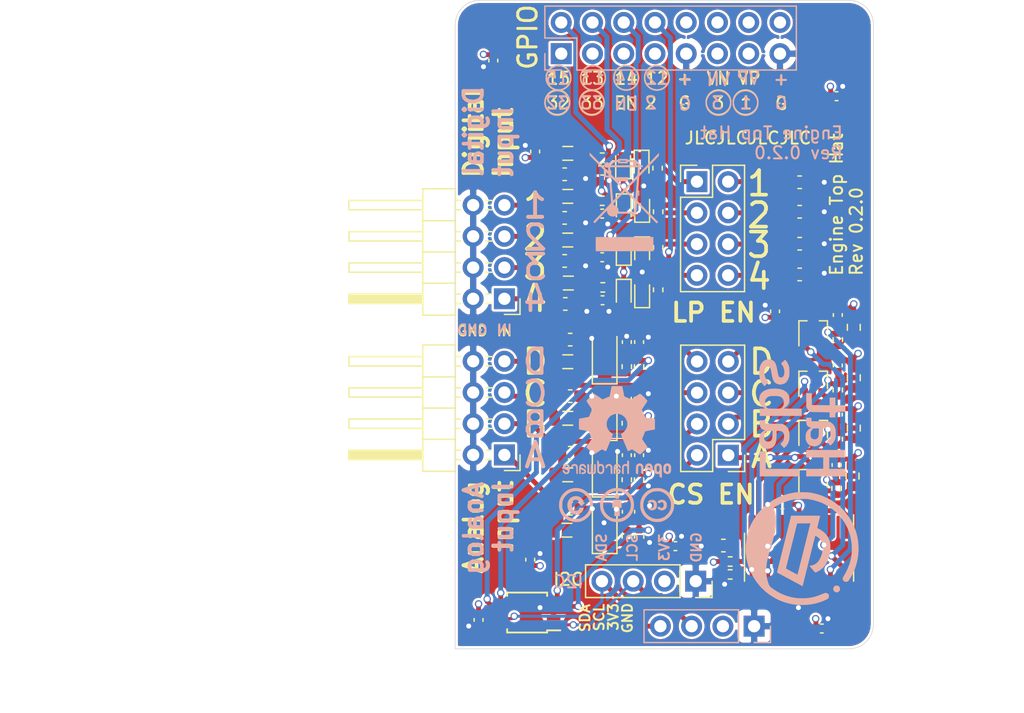
<source format=kicad_pcb>
(kicad_pcb (version 20171130) (host pcbnew "(5.1.10-0-10_14)")
  (title_block (title "Engine Top Hat for SH-ESP32") (date 2021-04-27) (rev 0.1.0) (company "Hat Labs Ltd") (comment 1 https://creativecommons.org/licenses/by-sa/4.0) (comment 2 "To view a copy of this license, visit ") (comment 3 "This design is licensed under CC BY-SA 4.0."))
  (layers (0 F.Cu signal) (1 In1.Cu power) (2 In2.Cu power) (31 B.Cu signal) (34 B.Paste user) (35 F.Paste user) (36 B.SilkS user) (37 F.SilkS user) (38 B.Mask user) (39 F.Mask user) (44 Edge.Cuts user))
  (net 0 "")
  (net 1 GND)
  (net 2 +3V3)
  (net 3 "Net-(C501-Pad1)")
  (net 4 "Net-(C502-Pad1)")
  (net 5 "/Digital input/In1")
  (net 6 "/Digital input/In2")
  (net 7 "/Digital input/In3")
  (net 8 "/Digital input/In4")
  (net 9 "/Digital input/InF1")
  (net 10 "/Digital input/InF2")
  (net 11 "/Digital input/InF3")
  (net 12 "/Digital input/InF4")
  (net 13 "Net-(C309-Pad1)")
  (net 14 "Net-(C310-Pad1)")
  (net 15 "Net-(C311-Pad1)")
  (net 16 "Net-(C312-Pad1)")
  (net 17 "Net-(C503-Pad1)")
  (net 18 "Net-(C504-Pad1)")
  (net 19 "/Analog input/Vin")
  (net 20 "/Analog input/InA")
  (net 21 "/Analog input/InB")
  (net 22 "/Analog input/InC")
  (net 23 "/Analog input/InD")
  (net 24 "/Analog input/InFA")
  (net 25 "/Analog input/InFB")
  (net 26 "/Analog input/InFC")
  (net 27 "/Analog input/InFD")
  (net 28 "/Analog input/ADC_A")
  (net 29 "/Analog input/ADC_B")
  (net 30 "/Analog input/ADC_C")
  (net 31 "/Analog input/ADC_D")
  (net 32 /DI1)
  (net 33 /DI2)
  (net 34 /DI3)
  (net 35 /DI4)
  (net 36 "/Analog input/SDA")
  (net 37 "/Analog input/SCL")
  (net 38 "/Analog input/IoutA")
  (net 39 "Net-(Q501-Pad2)")
  (net 40 "Net-(Q501-Pad1)")
  (net 41 "/Analog input/IoutB")
  (net 42 "Net-(Q502-Pad2)")
  (net 43 "Net-(Q502-Pad1)")
  (net 44 "/Analog input/IoutC")
  (net 45 "Net-(Q503-Pad2)")
  (net 46 "Net-(Q503-Pad1)")
  (net 47 "/Analog input/IoutD")
  (net 48 "Net-(Q504-Pad2)")
  (net 49 "Net-(Q504-Pad1)")
  (module Resistor_SMD:R_0402_1005Metric (layer F.Cu) (at 142.5 80.55 90)
    (fp_text reference R308 hide)
    (fp_text value 1M hide)
    (pad 2 smd roundrect (at 0.51 0 90) (size 0.54 0.64) (layers F.Cu F.Paste F.Mask) (net 1 GND))
    (pad 1 smd roundrect (at -0.51 0 90) (size 0.54 0.64) (layers F.Cu F.Paste F.Mask) (net 35 /DI4))
  )
  (module Resistor_SMD:R_0402_1005Metric (layer F.Cu) (at 142.5 77.1 270)
    (fp_text reference R307 hide)
    (fp_text value 1M hide)
    (pad 2 smd roundrect (at 0.51 0 270) (size 0.54 0.64) (layers F.Cu F.Paste F.Mask) (net 1 GND))
    (pad 1 smd roundrect (at -0.51 0 270) (size 0.54 0.64) (layers F.Cu F.Paste F.Mask) (net 34 /DI3))
  )
  (module Resistor_SMD:R_0402_1005Metric (layer F.Cu) (at 142.5 74.2 90)
    (fp_text reference R306 hide)
    (fp_text value 1M hide)
    (pad 2 smd roundrect (at 0.51 0 90) (size 0.54 0.64) (layers F.Cu F.Paste F.Mask) (net 1 GND))
    (pad 1 smd roundrect (at -0.51 0 90) (size 0.54 0.64) (layers F.Cu F.Paste F.Mask) (net 33 /DI2))
  )
  (module Resistor_SMD:R_0402_1005Metric (layer F.Cu) (at 142.45 70.65 270)
    (fp_text reference R305 hide)
    (fp_text value 1M hide)
    (pad 2 smd roundrect (at 0.51 0 270) (size 0.54 0.64) (layers F.Cu F.Paste F.Mask) (net 1 GND))
    (pad 1 smd roundrect (at -0.51 0 270) (size 0.54 0.64) (layers F.Cu F.Paste F.Mask) (net 32 /DI1))
  )
  (module Connector_PinHeader_2.54mm:PinHeader_2x04_P2.54mm_Vertical (layer F.Cu) (at 148.2 94 180)
    (fp_text reference J501 hide)
    (fp_text value Conn_02x04_Odd_Even hide)
    (pad 8 thru_hole oval (at 2.54 7.62 180) (size 1.7 1.7) (drill 1) (layers *.Cu *.Mask) (net 23 "/Analog input/InD"))
    (pad 7 thru_hole oval (at 0 7.62 180) (size 1.7 1.7) (drill 1) (layers *.Cu *.Mask) (net 47 "/Analog input/IoutD"))
    (pad 6 thru_hole oval (at 2.54 5.08 180) (size 1.7 1.7) (drill 1) (layers *.Cu *.Mask) (net 22 "/Analog input/InC"))
    (pad 5 thru_hole oval (at 0 5.08 180) (size 1.7 1.7) (drill 1) (layers *.Cu *.Mask) (net 44 "/Analog input/IoutC"))
    (pad 4 thru_hole oval (at 2.54 2.54 180) (size 1.7 1.7) (drill 1) (layers *.Cu *.Mask) (net 21 "/Analog input/InB"))
    (pad 3 thru_hole oval (at 0 2.54 180) (size 1.7 1.7) (drill 1) (layers *.Cu *.Mask) (net 41 "/Analog input/IoutB"))
    (pad 2 thru_hole oval (at 2.54 0 180) (size 1.7 1.7) (drill 1) (layers *.Cu *.Mask) (net 20 "/Analog input/InA"))
    (pad 1 thru_hole rect (at 0 0 180) (size 1.7 1.7) (drill 1) (layers *.Cu *.Mask) (net 38 "/Analog input/IoutA"))
  )
  (module Connector_PinHeader_2.54mm:PinHeader_2x04_P2.54mm_Vertical (layer F.Cu) (at 145.65 71.75)
    (fp_text reference J302 hide)
    (fp_text value Conn_02x04_Odd_Even hide)
    (pad 8 thru_hole oval (at 2.54 7.62) (size 1.7 1.7) (drill 1) (layers *.Cu *.Mask) (net 13 "Net-(C309-Pad1)"))
    (pad 7 thru_hole oval (at 0 7.62) (size 1.7 1.7) (drill 1) (layers *.Cu *.Mask) (net 35 /DI4))
    (pad 6 thru_hole oval (at 2.54 5.08) (size 1.7 1.7) (drill 1) (layers *.Cu *.Mask) (net 14 "Net-(C310-Pad1)"))
    (pad 5 thru_hole oval (at 0 5.08) (size 1.7 1.7) (drill 1) (layers *.Cu *.Mask) (net 34 /DI3))
    (pad 4 thru_hole oval (at 2.54 2.54) (size 1.7 1.7) (drill 1) (layers *.Cu *.Mask) (net 15 "Net-(C311-Pad1)"))
    (pad 3 thru_hole oval (at 0 2.54) (size 1.7 1.7) (drill 1) (layers *.Cu *.Mask) (net 33 /DI2))
    (pad 2 thru_hole oval (at 2.54 0) (size 1.7 1.7) (drill 1) (layers *.Cu *.Mask) (net 16 "Net-(C312-Pad1)"))
    (pad 1 thru_hole rect (at 0 0) (size 1.7 1.7) (drill 1) (layers *.Cu *.Mask) (net 32 /DI1))
  )
  (module Capacitor_SMD:C_0603_1608Metric (layer F.Cu) (at 154 71.8)
    (fp_text reference C312 hide)
    (fp_text value 680pF hide)
    (pad 2 smd roundrect (at 0.775 0) (size 0.9 0.95) (layers F.Cu F.Paste F.Mask) (net 1 GND))
    (pad 1 smd roundrect (at -0.775 0) (size 0.9 0.95) (layers F.Cu F.Paste F.Mask) (net 16 "Net-(C312-Pad1)"))
  )
  (module Capacitor_SMD:C_0603_1608Metric (layer F.Cu) (at 154 74.2)
    (fp_text reference C311 hide)
    (fp_text value 680pF hide)
    (pad 2 smd roundrect (at 0.775 0) (size 0.9 0.95) (layers F.Cu F.Paste F.Mask) (net 1 GND))
    (pad 1 smd roundrect (at -0.775 0) (size 0.9 0.95) (layers F.Cu F.Paste F.Mask) (net 15 "Net-(C311-Pad1)"))
  )
  (module Capacitor_SMD:C_0603_1608Metric (layer F.Cu) (at 154 76.8)
    (fp_text reference C310 hide)
    (fp_text value 680pF hide)
    (pad 2 smd roundrect (at 0.775 0) (size 0.9 0.95) (layers F.Cu F.Paste F.Mask) (net 1 GND))
    (pad 1 smd roundrect (at -0.775 0) (size 0.9 0.95) (layers F.Cu F.Paste F.Mask) (net 14 "Net-(C310-Pad1)"))
  )
  (module Capacitor_SMD:C_0603_1608Metric (layer F.Cu) (at 154 79.3)
    (fp_text reference C309 hide)
    (fp_text value 680pF hide)
    (pad 2 smd roundrect (at 0.775 0) (size 0.9 0.95) (layers F.Cu F.Paste F.Mask) (net 1 GND))
    (pad 1 smd roundrect (at -0.775 0) (size 0.9 0.95) (layers F.Cu F.Paste F.Mask) (net 13 "Net-(C309-Pad1)"))
  )
  (module Connector_PinSocket_2.54mm:PinSocket_2x08_P2.54mm_Vertical (layer B.Cu) (at 134.62 61.34 270)
    (fp_text reference J403 hide)
    (fp_text value "GPIO subset" hide)
    (pad 16 thru_hole oval (at -2.54 -17.78 270) (size 1.7 1.7) (drill 1) (layers *.Cu *.Mask) (net 2 +3V3))
    (pad 15 thru_hole oval (at 0 -17.78 270) (size 1.7 1.7) (drill 1) (layers *.Cu *.Mask) (net 1 GND))
    (pad 14 thru_hole oval (at -2.54 -15.24 270) (size 1.7 1.7) (drill 1) (layers *.Cu *.Mask))
    (pad 13 thru_hole oval (at 0 -15.24 270) (size 1.7 1.7) (drill 1) (layers *.Cu *.Mask))
    (pad 12 thru_hole oval (at -2.54 -12.7 270) (size 1.7 1.7) (drill 1) (layers *.Cu *.Mask))
    (pad 11 thru_hole oval (at 0 -12.7 270) (size 1.7 1.7) (drill 1) (layers *.Cu *.Mask))
    (pad 10 thru_hole oval (at -2.54 -10.16 270) (size 1.7 1.7) (drill 1) (layers *.Cu *.Mask) (net 2 +3V3))
    (pad 9 thru_hole oval (at 0 -10.16 270) (size 1.7 1.7) (drill 1) (layers *.Cu *.Mask) (net 1 GND))
    (pad 8 thru_hole oval (at -2.54 -7.62 270) (size 1.7 1.7) (drill 1) (layers *.Cu *.Mask) (net 35 /DI4))
    (pad 7 thru_hole oval (at 0 -7.62 270) (size 1.7 1.7) (drill 1) (layers *.Cu *.Mask))
    (pad 6 thru_hole oval (at -2.54 -5.08 270) (size 1.7 1.7) (drill 1) (layers *.Cu *.Mask) (net 34 /DI3))
    (pad 5 thru_hole oval (at 0 -5.08 270) (size 1.7 1.7) (drill 1) (layers *.Cu *.Mask))
    (pad 4 thru_hole oval (at -2.54 -2.54 270) (size 1.7 1.7) (drill 1) (layers *.Cu *.Mask) (net 33 /DI2))
    (pad 3 thru_hole oval (at 0 -2.54 270) (size 1.7 1.7) (drill 1) (layers *.Cu *.Mask))
    (pad 2 thru_hole oval (at -2.54 0 270) (size 1.7 1.7) (drill 1) (layers *.Cu *.Mask) (net 32 /DI1))
    (pad 1 thru_hole rect (at 0 0 270) (size 1.7 1.7) (drill 1) (layers *.Cu *.Mask))
  )
  (module Diode_SMD:D_SOD-523 (layer F.Cu) (at 141.2 80.85 90)
    (fp_text reference D308 hide)
    (fp_text value MSK4005 hide)
    (pad 1 smd rect (at -0.7 0 270) (size 0.6 0.7) (layers F.Cu F.Paste F.Mask) (net 35 /DI4))
    (pad 2 smd rect (at 0.7 0 270) (size 0.6 0.7) (layers F.Cu F.Paste F.Mask) (net 1 GND))
  )
  (module Diode_SMD:D_SOD-523 (layer F.Cu) (at 139.7 80.85 270)
    (fp_text reference D307 hide)
    (fp_text value MSK4005 hide)
    (pad 1 smd rect (at -0.7 0 90) (size 0.6 0.7) (layers F.Cu F.Paste F.Mask) (net 2 +3V3))
    (pad 2 smd rect (at 0.7 0 90) (size 0.6 0.7) (layers F.Cu F.Paste F.Mask) (net 35 /DI4))
  )
  (module Diode_SMD:D_SOD-523 (layer F.Cu) (at 141.2 77.4 270)
    (fp_text reference D306 hide)
    (fp_text value MSK4005 hide)
    (pad 1 smd rect (at -0.7 0 90) (size 0.6 0.7) (layers F.Cu F.Paste F.Mask) (net 34 /DI3))
    (pad 2 smd rect (at 0.7 0 90) (size 0.6 0.7) (layers F.Cu F.Paste F.Mask) (net 1 GND))
  )
  (module Diode_SMD:D_SOD-523 (layer F.Cu) (at 139.7 77.4 90)
    (fp_text reference D305 hide)
    (fp_text value MSK4005 hide)
    (pad 1 smd rect (at -0.7 0 270) (size 0.6 0.7) (layers F.Cu F.Paste F.Mask) (net 2 +3V3))
    (pad 2 smd rect (at 0.7 0 270) (size 0.6 0.7) (layers F.Cu F.Paste F.Mask) (net 34 /DI3))
  )
  (module Diode_SMD:D_SOD-523 (layer F.Cu) (at 141.2 73.9 90)
    (fp_text reference D304 hide)
    (fp_text value MSK4005 hide)
    (pad 1 smd rect (at -0.7 0 270) (size 0.6 0.7) (layers F.Cu F.Paste F.Mask) (net 33 /DI2))
    (pad 2 smd rect (at 0.7 0 270) (size 0.6 0.7) (layers F.Cu F.Paste F.Mask) (net 1 GND))
  )
  (module Diode_SMD:D_SOD-523 (layer F.Cu) (at 139.7 73.9 270)
    (fp_text reference D303 hide)
    (fp_text value MSK4005 hide)
    (pad 1 smd rect (at -0.7 0 90) (size 0.6 0.7) (layers F.Cu F.Paste F.Mask) (net 2 +3V3))
    (pad 2 smd rect (at 0.7 0 90) (size 0.6 0.7) (layers F.Cu F.Paste F.Mask) (net 33 /DI2))
  )
  (module Diode_SMD:D_SOD-523 (layer F.Cu) (at 141.15 70.35 270)
    (fp_text reference D302 hide)
    (fp_text value MSK4005 hide)
    (pad 1 smd rect (at -0.7 0 90) (size 0.6 0.7) (layers F.Cu F.Paste F.Mask) (net 32 /DI1))
    (pad 2 smd rect (at 0.7 0 90) (size 0.6 0.7) (layers F.Cu F.Paste F.Mask) (net 1 GND))
  )
  (module Diode_SMD:D_SOD-523 (layer F.Cu) (at 139.65 70.35 90)
    (fp_text reference D301 hide)
    (fp_text value MSK4005 hide)
    (pad 1 smd rect (at -0.7 0 270) (size 0.6 0.7) (layers F.Cu F.Paste F.Mask) (net 2 +3V3))
    (pad 2 smd rect (at 0.7 0 270) (size 0.6 0.7) (layers F.Cu F.Paste F.Mask) (net 32 /DI1))
  )
  (module Connector_PinHeader_2.54mm:PinHeader_2x04_P2.54mm_Horizontal (layer F.Cu) (at 130 81.28 180)
    (fp_text reference J301 hide)
    (fp_text value Conn_02x04_Odd_Even hide)
    (pad 8 thru_hole oval (at 2.54 7.62 180) (size 1.7 1.7) (drill 1) (layers *.Cu *.Mask) (net 1 GND))
    (pad 7 thru_hole oval (at 0 7.62 180) (size 1.7 1.7) (drill 1) (layers *.Cu *.Mask) (net 5 "/Digital input/In1"))
    (pad 6 thru_hole oval (at 2.54 5.08 180) (size 1.7 1.7) (drill 1) (layers *.Cu *.Mask) (net 1 GND))
    (pad 5 thru_hole oval (at 0 5.08 180) (size 1.7 1.7) (drill 1) (layers *.Cu *.Mask) (net 6 "/Digital input/In2"))
    (pad 4 thru_hole oval (at 2.54 2.54 180) (size 1.7 1.7) (drill 1) (layers *.Cu *.Mask) (net 1 GND))
    (pad 3 thru_hole oval (at 0 2.54 180) (size 1.7 1.7) (drill 1) (layers *.Cu *.Mask) (net 7 "/Digital input/In3"))
    (pad 2 thru_hole oval (at 2.54 0 180) (size 1.7 1.7) (drill 1) (layers *.Cu *.Mask) (net 1 GND))
    (pad 1 thru_hole rect (at 0 0 180) (size 1.7 1.7) (drill 1) (layers *.Cu *.Mask) (net 8 "/Digital input/In4"))
  )
  (module Package_SO:TSSOP-10_3x3mm_P0.5mm (layer F.Cu) (at 131.85 106.8 180)
    (fp_text reference U502 hide)
    (fp_text value ADS1115IDGS hide)
    (pad 10 smd rect (at 2.15 -1 180) (size 1.1 0.25) (layers F.Cu F.Paste F.Mask) (net 37 "/Analog input/SCL"))
    (pad 9 smd rect (at 2.15 -0.5 180) (size 1.1 0.25) (layers F.Cu F.Paste F.Mask) (net 36 "/Analog input/SDA"))
    (pad 8 smd rect (at 2.15 0 180) (size 1.1 0.25) (layers F.Cu F.Paste F.Mask) (net 2 +3V3))
    (pad 7 smd rect (at 2.15 0.5 180) (size 1.1 0.25) (layers F.Cu F.Paste F.Mask) (net 31 "/Analog input/ADC_D"))
    (pad 6 smd rect (at 2.15 1 180) (size 1.1 0.25) (layers F.Cu F.Paste F.Mask) (net 30 "/Analog input/ADC_C"))
    (pad 5 smd rect (at -2.15 1 180) (size 1.1 0.25) (layers F.Cu F.Paste F.Mask) (net 29 "/Analog input/ADC_B"))
    (pad 4 smd rect (at -2.15 0.5 180) (size 1.1 0.25) (layers F.Cu F.Paste F.Mask) (net 28 "/Analog input/ADC_A"))
    (pad 3 smd rect (at -2.15 0 180) (size 1.1 0.25) (layers F.Cu F.Paste F.Mask) (net 1 GND))
    (pad 2 smd rect (at -2.15 -0.5 180) (size 1.1 0.25) (layers F.Cu F.Paste F.Mask))
    (pad 1 smd rect (at -2.15 -1 180) (size 1.1 0.25) (layers F.Cu F.Paste F.Mask) (net 37 "/Analog input/SCL"))
  )
  (module Resistor_SMD:R_0402_1005Metric (layer F.Cu) (at 140.95 86.8 90)
    (fp_text reference R518 hide)
    (fp_text value 3.9k hide)
    (pad 2 smd roundrect (at 0.51 0 90) (size 0.54 0.64) (layers F.Cu F.Paste F.Mask) (net 31 "/Analog input/ADC_D"))
    (pad 1 smd roundrect (at -0.51 0 90) (size 0.54 0.64) (layers F.Cu F.Paste F.Mask) (net 1 GND))
  )
  (module Resistor_SMD:R_0402_1005Metric (layer F.Cu) (at 139.95 86.8 270)
    (fp_text reference R517 hide)
    (fp_text value 51k hide)
    (pad 2 smd roundrect (at 0.51 0 270) (size 0.54 0.64) (layers F.Cu F.Paste F.Mask) (net 27 "/Analog input/InFD"))
    (pad 1 smd roundrect (at -0.51 0 270) (size 0.54 0.64) (layers F.Cu F.Paste F.Mask) (net 31 "/Analog input/ADC_D"))
  )
  (module Resistor_SMD:R_0402_1005Metric (layer F.Cu) (at 140.95 91.4 90)
    (fp_text reference R516 hide)
    (fp_text value 3.9k hide)
    (pad 2 smd roundrect (at 0.51 0 90) (size 0.54 0.64) (layers F.Cu F.Paste F.Mask) (net 30 "/Analog input/ADC_C"))
    (pad 1 smd roundrect (at -0.51 0 90) (size 0.54 0.64) (layers F.Cu F.Paste F.Mask) (net 1 GND))
  )
  (module Resistor_SMD:R_0402_1005Metric (layer F.Cu) (at 139.95 91.4 270)
    (fp_text reference R515 hide)
    (fp_text value 51k hide)
    (pad 2 smd roundrect (at 0.51 0 270) (size 0.54 0.64) (layers F.Cu F.Paste F.Mask) (net 26 "/Analog input/InFC"))
    (pad 1 smd roundrect (at -0.51 0 270) (size 0.54 0.64) (layers F.Cu F.Paste F.Mask) (net 30 "/Analog input/ADC_C"))
  )
  (module Resistor_SMD:R_0402_1005Metric (layer F.Cu) (at 140.95 96 90)
    (fp_text reference R514 hide)
    (fp_text value 3.9k hide)
    (pad 2 smd roundrect (at 0.51 0 90) (size 0.54 0.64) (layers F.Cu F.Paste F.Mask) (net 29 "/Analog input/ADC_B"))
    (pad 1 smd roundrect (at -0.51 0 90) (size 0.54 0.64) (layers F.Cu F.Paste F.Mask) (net 1 GND))
  )
  (module Resistor_SMD:R_0402_1005Metric (layer F.Cu) (at 139.95 96 270)
    (fp_text reference R513 hide)
    (fp_text value 51k hide)
    (pad 2 smd roundrect (at 0.51 0 270) (size 0.54 0.64) (layers F.Cu F.Paste F.Mask) (net 25 "/Analog input/InFB"))
    (pad 1 smd roundrect (at -0.51 0 270) (size 0.54 0.64) (layers F.Cu F.Paste F.Mask) (net 29 "/Analog input/ADC_B"))
  )
  (module Resistor_SMD:R_0402_1005Metric (layer F.Cu) (at 140.95 100.6 90)
    (fp_text reference R512 hide)
    (fp_text value 3.9k hide)
    (pad 2 smd roundrect (at 0.51 0 90) (size 0.54 0.64) (layers F.Cu F.Paste F.Mask) (net 28 "/Analog input/ADC_A"))
    (pad 1 smd roundrect (at -0.51 0 90) (size 0.54 0.64) (layers F.Cu F.Paste F.Mask) (net 1 GND))
  )
  (module Resistor_SMD:R_0603_1608Metric (layer F.Cu) (at 158.4 83.6 270)
    (fp_text reference R508 hide)
    (fp_text value 30 hide)
    (pad 2 smd roundrect (at 0.825 0 270) (size 0.8 0.95) (layers F.Cu F.Paste F.Mask) (net 48 "Net-(Q504-Pad2)"))
    (pad 1 smd roundrect (at -0.825 0 270) (size 0.8 0.95) (layers F.Cu F.Paste F.Mask) (net 2 +3V3))
  )
  (module Resistor_SMD:R_0603_1608Metric (layer F.Cu) (at 158.4 87.7 270)
    (fp_text reference R507 hide)
    (fp_text value 30 hide)
    (pad 2 smd roundrect (at 0.825 0 270) (size 0.8 0.95) (layers F.Cu F.Paste F.Mask) (net 45 "Net-(Q503-Pad2)"))
    (pad 1 smd roundrect (at -0.825 0 270) (size 0.8 0.95) (layers F.Cu F.Paste F.Mask) (net 2 +3V3))
  )
  (module Resistor_SMD:R_0402_1005Metric (layer F.Cu) (at 157.1 84.6 90)
    (fp_text reference R504 hide)
    (fp_text value 1k hide)
    (pad 2 smd roundrect (at 0.51 0 90) (size 0.54 0.64) (layers F.Cu F.Paste F.Mask) (net 18 "Net-(C504-Pad1)"))
    (pad 1 smd roundrect (at -0.51 0 90) (size 0.54 0.64) (layers F.Cu F.Paste F.Mask) (net 48 "Net-(Q504-Pad2)"))
  )
  (module Resistor_SMD:R_0402_1005Metric (layer F.Cu) (at 157.1 88.7 90)
    (fp_text reference R503 hide)
    (fp_text value 1k hide)
    (pad 2 smd roundrect (at 0.51 0 90) (size 0.54 0.64) (layers F.Cu F.Paste F.Mask) (net 17 "Net-(C503-Pad1)"))
    (pad 1 smd roundrect (at -0.51 0 90) (size 0.54 0.64) (layers F.Cu F.Paste F.Mask) (net 45 "Net-(Q503-Pad2)"))
  )
  (module Resistor_SMD:R_0402_1005Metric (layer F.Cu) (at 138 80.35 180)
    (fp_text reference R304 hide)
    (fp_text value 100k hide)
    (pad 2 smd roundrect (at 0.51 0 180) (size 0.54 0.64) (layers F.Cu F.Paste F.Mask) (net 12 "/Digital input/InF4"))
    (pad 1 smd roundrect (at -0.51 0 180) (size 0.54 0.64) (layers F.Cu F.Paste F.Mask) (net 35 /DI4))
  )
  (module Resistor_SMD:R_0402_1005Metric (layer F.Cu) (at 137.95 76.85 180)
    (fp_text reference R303 hide)
    (fp_text value 100k hide)
    (pad 2 smd roundrect (at 0.51 0 180) (size 0.54 0.64) (layers F.Cu F.Paste F.Mask) (net 11 "/Digital input/InF3"))
    (pad 1 smd roundrect (at -0.51 0 180) (size 0.54 0.64) (layers F.Cu F.Paste F.Mask) (net 34 /DI3))
  )
  (module Resistor_SMD:R_0402_1005Metric (layer F.Cu) (at 137.95 73.3 180)
    (fp_text reference R302 hide)
    (fp_text value 100k hide)
    (pad 2 smd roundrect (at 0.51 0 180) (size 0.54 0.64) (layers F.Cu F.Paste F.Mask) (net 10 "/Digital input/InF2"))
    (pad 1 smd roundrect (at -0.51 0 180) (size 0.54 0.64) (layers F.Cu F.Paste F.Mask) (net 33 /DI2))
  )
  (module Resistor_SMD:R_0402_1005Metric (layer F.Cu) (at 137.95 69.8 180)
    (fp_text reference R301 hide)
    (fp_text value 100k hide)
    (pad 2 smd roundrect (at 0.51 0 180) (size 0.54 0.64) (layers F.Cu F.Paste F.Mask) (net 9 "/Digital input/InF1"))
    (pad 1 smd roundrect (at -0.51 0 180) (size 0.54 0.64) (layers F.Cu F.Paste F.Mask) (net 32 /DI1))
  )
  (module Package_TO_SOT_SMD:SOT-323_SC-70 (layer F.Cu) (at 155.1 83.8 90)
    (fp_text reference Q504 hide)
    (fp_text value S9015 hide)
    (pad 3 smd rect (at 1 0) (size 0.45 0.7) (layers F.Cu F.Paste F.Mask) (net 47 "/Analog input/IoutD"))
    (pad 2 smd rect (at -1 0.65) (size 0.45 0.7) (layers F.Cu F.Paste F.Mask) (net 48 "Net-(Q504-Pad2)"))
    (pad 1 smd rect (at -1 -0.65) (size 0.45 0.7) (layers F.Cu F.Paste F.Mask) (net 49 "Net-(Q504-Pad1)"))
  )
  (module Package_TO_SOT_SMD:SOT-323_SC-70 (layer F.Cu) (at 155.1 87.9 90)
    (fp_text reference Q503 hide)
    (fp_text value S9015 hide)
    (pad 3 smd rect (at 1 0) (size 0.45 0.7) (layers F.Cu F.Paste F.Mask) (net 44 "/Analog input/IoutC"))
    (pad 2 smd rect (at -1 0.65) (size 0.45 0.7) (layers F.Cu F.Paste F.Mask) (net 45 "Net-(Q503-Pad2)"))
    (pad 1 smd rect (at -1 -0.65) (size 0.45 0.7) (layers F.Cu F.Paste F.Mask) (net 46 "Net-(Q503-Pad1)"))
  )
  (module Connector_PinHeader_2.54mm:PinHeader_2x04_P2.54mm_Horizontal (layer F.Cu) (at 130 93.98 180)
    (fp_text reference J502 hide)
    (fp_text value Conn_02x04 hide)
    (pad 8 thru_hole oval (at 2.54 7.62 180) (size 1.7 1.7) (drill 1) (layers *.Cu *.Mask) (net 1 GND))
    (pad 7 thru_hole oval (at 0 7.62 180) (size 1.7 1.7) (drill 1) (layers *.Cu *.Mask) (net 23 "/Analog input/InD"))
    (pad 6 thru_hole oval (at 2.54 5.08 180) (size 1.7 1.7) (drill 1) (layers *.Cu *.Mask) (net 1 GND))
    (pad 5 thru_hole oval (at 0 5.08 180) (size 1.7 1.7) (drill 1) (layers *.Cu *.Mask) (net 22 "/Analog input/InC"))
    (pad 4 thru_hole oval (at 2.54 2.54 180) (size 1.7 1.7) (drill 1) (layers *.Cu *.Mask) (net 1 GND))
    (pad 3 thru_hole oval (at 0 2.54 180) (size 1.7 1.7) (drill 1) (layers *.Cu *.Mask) (net 21 "/Analog input/InB"))
    (pad 2 thru_hole oval (at 2.54 0 180) (size 1.7 1.7) (drill 1) (layers *.Cu *.Mask) (net 1 GND))
    (pad 1 thru_hole rect (at 0 0 180) (size 1.7 1.7) (drill 1) (layers *.Cu *.Mask) (net 20 "/Analog input/InA"))
  )
  (module Inductor_SMD:L_0805_2012Metric (layer F.Cu) (at 135.15 86.4 180)
    (fp_text reference FB504 hide)
    (fp_text value GZ2012D601TF hide)
    (pad 2 smd roundrect (at 1.0625 0 180) (size 0.875 1.2) (layers F.Cu F.Paste F.Mask) (net 23 "/Analog input/InD"))
    (pad 1 smd roundrect (at -1.0625 0 180) (size 0.875 1.2) (layers F.Cu F.Paste F.Mask) (net 27 "/Analog input/InFD"))
  )
  (module Inductor_SMD:L_0805_2012Metric (layer F.Cu) (at 135.15 91 180)
    (fp_text reference FB503 hide)
    (fp_text value GZ2012D601TF hide)
    (pad 2 smd roundrect (at 1.0625 0 180) (size 0.875 1.2) (layers F.Cu F.Paste F.Mask) (net 22 "/Analog input/InC"))
    (pad 1 smd roundrect (at -1.0625 0 180) (size 0.875 1.2) (layers F.Cu F.Paste F.Mask) (net 26 "/Analog input/InFC"))
  )
  (module Inductor_SMD:L_0805_2012Metric (layer F.Cu) (at 135.15 95.6 180)
    (fp_text reference FB502 hide)
    (fp_text value GZ2012D601TF hide)
    (pad 2 smd roundrect (at 1.0625 0 180) (size 0.875 1.2) (layers F.Cu F.Paste F.Mask) (net 21 "/Analog input/InB"))
    (pad 1 smd roundrect (at -1.0625 0 180) (size 0.875 1.2) (layers F.Cu F.Paste F.Mask) (net 25 "/Analog input/InFB"))
  )
  (module Inductor_SMD:L_0805_2012Metric (layer F.Cu) (at 135.0875 100.1 180)
    (fp_text reference FB501 hide)
    (fp_text value GZ2012D601TF hide)
    (pad 2 smd roundrect (at 1.0625 0 180) (size 0.875 1.2) (layers F.Cu F.Paste F.Mask) (net 20 "/Analog input/InA"))
    (pad 1 smd roundrect (at -1.0625 0 180) (size 0.875 1.2) (layers F.Cu F.Paste F.Mask) (net 24 "/Analog input/InFA"))
  )
  (module Inductor_SMD:L_0805_2012Metric (layer F.Cu) (at 135.2 80 180)
    (fp_text reference FB304 hide)
    (fp_text value GZ2012D101TF hide)
    (pad 2 smd roundrect (at 1.0625 0 180) (size 0.875 1.2) (layers F.Cu F.Paste F.Mask) (net 8 "/Digital input/In4"))
    (pad 1 smd roundrect (at -1.0625 0 180) (size 0.875 1.2) (layers F.Cu F.Paste F.Mask) (net 12 "/Digital input/InF4"))
  )
  (module Inductor_SMD:L_0805_2012Metric (layer F.Cu) (at 135.15 76.5 180)
    (fp_text reference FB303 hide)
    (fp_text value GZ2012D101TF hide)
    (pad 2 smd roundrect (at 1.0625 0 180) (size 0.875 1.2) (layers F.Cu F.Paste F.Mask) (net 7 "/Digital input/In3"))
    (pad 1 smd roundrect (at -1.0625 0 180) (size 0.875 1.2) (layers F.Cu F.Paste F.Mask) (net 11 "/Digital input/InF3"))
  )
  (module Inductor_SMD:L_0805_2012Metric (layer F.Cu) (at 135.15 72.95 180)
    (fp_text reference FB302 hide)
    (fp_text value GZ2012D101TF hide)
    (pad 2 smd roundrect (at 1.0625 0 180) (size 0.875 1.2) (layers F.Cu F.Paste F.Mask) (net 6 "/Digital input/In2"))
    (pad 1 smd roundrect (at -1.0625 0 180) (size 0.875 1.2) (layers F.Cu F.Paste F.Mask) (net 10 "/Digital input/InF2"))
  )
  (module Inductor_SMD:L_0805_2012Metric (layer F.Cu) (at 135.15 69.45 180)
    (fp_text reference FB301 hide)
    (fp_text value GZ2012D101TF hide)
    (pad 2 smd roundrect (at 1.0625 0 180) (size 0.875 1.2) (layers F.Cu F.Paste F.Mask) (net 5 "/Digital input/In1"))
    (pad 1 smd roundrect (at -1.0625 0 180) (size 0.875 1.2) (layers F.Cu F.Paste F.Mask) (net 9 "/Digital input/InF1"))
  )
  (module Diode_SMD:D_SOD-123F (layer F.Cu) (at 138.15 86 90)
    (fp_text reference D504 hide)
    (fp_text value SMF33A hide)
    (pad 2 smd rect (at 1.4 0 90) (size 1.1 1.1) (layers F.Cu F.Paste F.Mask) (net 1 GND))
    (pad 1 smd rect (at -1.4 0 90) (size 1.1 1.1) (layers F.Cu F.Paste F.Mask) (net 27 "/Analog input/InFD"))
  )
  (module Diode_SMD:D_SOD-123F (layer F.Cu) (at 138.15 90.6 90)
    (fp_text reference D503 hide)
    (fp_text value SMF33A hide)
    (pad 2 smd rect (at 1.4 0 90) (size 1.1 1.1) (layers F.Cu F.Paste F.Mask) (net 1 GND))
    (pad 1 smd rect (at -1.4 0 90) (size 1.1 1.1) (layers F.Cu F.Paste F.Mask) (net 26 "/Analog input/InFC"))
  )
  (module Diode_SMD:D_SOD-123F (layer F.Cu) (at 138.15 95.2 90)
    (fp_text reference D502 hide)
    (fp_text value SMF33A hide)
    (pad 2 smd rect (at 1.4 0 90) (size 1.1 1.1) (layers F.Cu F.Paste F.Mask) (net 1 GND))
    (pad 1 smd rect (at -1.4 0 90) (size 1.1 1.1) (layers F.Cu F.Paste F.Mask) (net 25 "/Analog input/InFB"))
  )
  (module Diode_SMD:D_SOD-123F (layer F.Cu) (at 138.15 99.8 90)
    (fp_text reference D501 hide)
    (fp_text value SMF33A hide)
    (pad 2 smd rect (at 1.4 0 90) (size 1.1 1.1) (layers F.Cu F.Paste F.Mask) (net 1 GND))
    (pad 1 smd rect (at -1.4 0 90) (size 1.1 1.1) (layers F.Cu F.Paste F.Mask) (net 24 "/Analog input/InFA"))
  )
  (module Capacitor_SMD:C_0402_1005Metric (layer F.Cu) (at 127.9 107.4 270)
    (fp_text reference C519 hide)
    (fp_text value 100nF hide)
    (pad 2 smd roundrect (at 0.48 0 270) (size 0.56 0.62) (layers F.Cu F.Paste F.Mask) (net 1 GND))
    (pad 1 smd roundrect (at -0.48 0 270) (size 0.56 0.62) (layers F.Cu F.Paste F.Mask) (net 2 +3V3))
  )
  (module Capacitor_SMD:C_0402_1005Metric (layer F.Cu) (at 140.95 84.8 90)
    (fp_text reference C518 hide)
    (fp_text value 470nF hide)
    (pad 2 smd roundrect (at 0.48 0 90) (size 0.56 0.62) (layers F.Cu F.Paste F.Mask) (net 1 GND))
    (pad 1 smd roundrect (at -0.48 0 90) (size 0.56 0.62) (layers F.Cu F.Paste F.Mask) (net 31 "/Analog input/ADC_D"))
  )
  (module Capacitor_SMD:C_0402_1005Metric (layer F.Cu) (at 140.95 89.4 90)
    (fp_text reference C517 hide)
    (fp_text value 470nF hide)
    (pad 2 smd roundrect (at 0.48 0 90) (size 0.56 0.62) (layers F.Cu F.Paste F.Mask) (net 1 GND))
    (pad 1 smd roundrect (at -0.48 0 90) (size 0.56 0.62) (layers F.Cu F.Paste F.Mask) (net 30 "/Analog input/ADC_C"))
  )
  (module Capacitor_SMD:C_0402_1005Metric (layer F.Cu) (at 140.95 94 90)
    (fp_text reference C516 hide)
    (fp_text value 470nF hide)
    (pad 2 smd roundrect (at 0.48 0 90) (size 0.56 0.62) (layers F.Cu F.Paste F.Mask) (net 1 GND))
    (pad 1 smd roundrect (at -0.48 0 90) (size 0.56 0.62) (layers F.Cu F.Paste F.Mask) (net 29 "/Analog input/ADC_B"))
  )
  (module Capacitor_SMD:C_0402_1005Metric (layer F.Cu) (at 139.95 84.8 90)
    (fp_text reference C514 hide)
    (fp_text value 1uF hide)
    (pad 2 smd roundrect (at 0.48 0 90) (size 0.56 0.62) (layers F.Cu F.Paste F.Mask) (net 1 GND))
    (pad 1 smd roundrect (at -0.48 0 90) (size 0.56 0.62) (layers F.Cu F.Paste F.Mask) (net 27 "/Analog input/InFD"))
  )
  (module Capacitor_SMD:C_0402_1005Metric (layer F.Cu) (at 139.95 89.4 90)
    (fp_text reference C513 hide)
    (fp_text value 1uF hide)
    (pad 2 smd roundrect (at 0.48 0 90) (size 0.56 0.62) (layers F.Cu F.Paste F.Mask) (net 1 GND))
    (pad 1 smd roundrect (at -0.48 0 90) (size 0.56 0.62) (layers F.Cu F.Paste F.Mask) (net 26 "/Analog input/InFC"))
  )
  (module Capacitor_SMD:C_0402_1005Metric (layer F.Cu) (at 139.95 94 90)
    (fp_text reference C512 hide)
    (fp_text value 1uF hide)
    (pad 2 smd roundrect (at 0.48 0 90) (size 0.56 0.62) (layers F.Cu F.Paste F.Mask) (net 1 GND))
    (pad 1 smd roundrect (at -0.48 0 90) (size 0.56 0.62) (layers F.Cu F.Paste F.Mask) (net 25 "/Analog input/InFB"))
  )
  (module Capacitor_SMD:C_0402_1005Metric (layer F.Cu) (at 139.95 98.6 90)
    (fp_text reference C511 hide)
    (fp_text value 1uF hide)
    (pad 2 smd roundrect (at 0.48 0 90) (size 0.56 0.62) (layers F.Cu F.Paste F.Mask) (net 1 GND))
    (pad 1 smd roundrect (at -0.48 0 90) (size 0.56 0.62) (layers F.Cu F.Paste F.Mask) (net 24 "/Analog input/InFA"))
  )
  (module Capacitor_SMD:C_0603_1608Metric (layer F.Cu) (at 135.35 84.6)
    (fp_text reference C510 hide)
    (fp_text value 1uF hide)
    (pad 2 smd roundrect (at 0.775 0) (size 0.9 0.95) (layers F.Cu F.Paste F.Mask) (net 1 GND))
    (pad 1 smd roundrect (at -0.775 0) (size 0.9 0.95) (layers F.Cu F.Paste F.Mask) (net 23 "/Analog input/InD"))
  )
  (module Capacitor_SMD:C_0603_1608Metric (layer F.Cu) (at 135.35 89.2)
    (fp_text reference C509 hide)
    (fp_text value 1uF hide)
    (pad 2 smd roundrect (at 0.775 0) (size 0.9 0.95) (layers F.Cu F.Paste F.Mask) (net 1 GND))
    (pad 1 smd roundrect (at -0.775 0) (size 0.9 0.95) (layers F.Cu F.Paste F.Mask) (net 22 "/Analog input/InC"))
  )
  (module Capacitor_SMD:C_0603_1608Metric (layer F.Cu) (at 135.35 93.8)
    (fp_text reference C508 hide)
    (fp_text value 1uF hide)
    (pad 2 smd roundrect (at 0.775 0) (size 0.9 0.95) (layers F.Cu F.Paste F.Mask) (net 1 GND))
    (pad 1 smd roundrect (at -0.775 0) (size 0.9 0.95) (layers F.Cu F.Paste F.Mask) (net 21 "/Analog input/InB"))
  )
  (module Capacitor_SMD:C_0603_1608Metric (layer F.Cu) (at 135.375 98.35)
    (fp_text reference C507 hide)
    (fp_text value 1uF hide)
    (pad 2 smd roundrect (at 0.775 0) (size 0.9 0.95) (layers F.Cu F.Paste F.Mask) (net 1 GND))
    (pad 1 smd roundrect (at -0.775 0) (size 0.9 0.95) (layers F.Cu F.Paste F.Mask) (net 20 "/Analog input/InA"))
  )
  (module Capacitor_SMD:C_0402_1005Metric (layer F.Cu) (at 157.1 82.6 90)
    (fp_text reference C504 hide)
    (fp_text value 100nF hide)
    (pad 2 smd roundrect (at 0.48 0 90) (size 0.56 0.62) (layers F.Cu F.Paste F.Mask) (net 2 +3V3))
    (pad 1 smd roundrect (at -0.48 0 90) (size 0.56 0.62) (layers F.Cu F.Paste F.Mask) (net 18 "Net-(C504-Pad1)"))
  )
  (module Capacitor_SMD:C_0402_1005Metric (layer F.Cu) (at 157.1 86.7 90)
    (fp_text reference C503 hide)
    (fp_text value 100nF hide)
    (pad 2 smd roundrect (at 0.48 0 90) (size 0.56 0.62) (layers F.Cu F.Paste F.Mask) (net 2 +3V3))
    (pad 1 smd roundrect (at -0.48 0 90) (size 0.56 0.62) (layers F.Cu F.Paste F.Mask) (net 17 "Net-(C503-Pad1)"))
  )
  (module Capacitor_SMD:C_0402_1005Metric (layer F.Cu) (at 137.98 81.4)
    (fp_text reference C308 hide)
    (fp_text value 33pF hide)
    (pad 2 smd roundrect (at 0.48 0) (size 0.56 0.62) (layers F.Cu F.Paste F.Mask) (net 1 GND))
    (pad 1 smd roundrect (at -0.48 0) (size 0.56 0.62) (layers F.Cu F.Paste F.Mask) (net 12 "/Digital input/InF4"))
  )
  (module Capacitor_SMD:C_0402_1005Metric (layer F.Cu) (at 137.95 77.9)
    (fp_text reference C307 hide)
    (fp_text value 33pF hide)
    (pad 2 smd roundrect (at 0.48 0) (size 0.56 0.62) (layers F.Cu F.Paste F.Mask) (net 1 GND))
    (pad 1 smd roundrect (at -0.48 0) (size 0.56 0.62) (layers F.Cu F.Paste F.Mask) (net 11 "/Digital input/InF3"))
  )
  (module Capacitor_SMD:C_0402_1005Metric (layer F.Cu) (at 137.95 74.35)
    (fp_text reference C306 hide)
    (fp_text value 33pF hide)
    (pad 2 smd roundrect (at 0.48 0) (size 0.56 0.62) (layers F.Cu F.Paste F.Mask) (net 1 GND))
    (pad 1 smd roundrect (at -0.48 0) (size 0.56 0.62) (layers F.Cu F.Paste F.Mask) (net 10 "/Digital input/InF2"))
  )
  (module Capacitor_SMD:C_0402_1005Metric (layer F.Cu) (at 137.95 70.85)
    (fp_text reference C305 hide)
    (fp_text value 33pF hide)
    (pad 2 smd roundrect (at 0.48 0) (size 0.56 0.62) (layers F.Cu F.Paste F.Mask) (net 1 GND))
    (pad 1 smd roundrect (at -0.48 0) (size 0.56 0.62) (layers F.Cu F.Paste F.Mask) (net 9 "/Digital input/InF1"))
  )
  (module Capacitor_SMD:C_0603_1608Metric (layer F.Cu) (at 134.95 81.7)
    (fp_text reference C304 hide)
    (fp_text value 33pF/50V hide)
    (pad 2 smd roundrect (at 0.775 0) (size 0.9 0.95) (layers F.Cu F.Paste F.Mask) (net 1 GND))
    (pad 1 smd roundrect (at -0.775 0) (size 0.9 0.95) (layers F.Cu F.Paste F.Mask) (net 8 "/Digital input/In4"))
  )
  (module Capacitor_SMD:C_0603_1608Metric (layer F.Cu) (at 134.9 78.2)
    (fp_text reference C303 hide)
    (fp_text value 33pF/50V hide)
    (pad 2 smd roundrect (at 0.775 0) (size 0.9 0.95) (layers F.Cu F.Paste F.Mask) (net 1 GND))
    (pad 1 smd roundrect (at -0.775 0) (size 0.9 0.95) (layers F.Cu F.Paste F.Mask) (net 7 "/Digital input/In3"))
  )
  (module Capacitor_SMD:C_0603_1608Metric (layer F.Cu) (at 134.9 74.7)
    (fp_text reference C302 hide)
    (fp_text value 33pF/50V hide)
    (pad 2 smd roundrect (at 0.775 0) (size 0.9 0.95) (layers F.Cu F.Paste F.Mask) (net 1 GND))
    (pad 1 smd roundrect (at -0.775 0) (size 0.9 0.95) (layers F.Cu F.Paste F.Mask) (net 6 "/Digital input/In2"))
  )
  (module Capacitor_SMD:C_0603_1608Metric (layer F.Cu) (at 134.9 71.15)
    (fp_text reference C301 hide)
    (fp_text value 33pF/50V hide)
    (pad 2 smd roundrect (at 0.775 0) (size 0.9 0.95) (layers F.Cu F.Paste F.Mask) (net 1 GND))
    (pad 1 smd roundrect (at -0.775 0) (size 0.9 0.95) (layers F.Cu F.Paste F.Mask) (net 5 "/Digital input/In1"))
  )
  (module SH-ESP32-tank-hat:Hat_Labs_20mm (layer B.Cu) (at 154.2 96.2 90)
    (fp_text reference G*** hide)
    (fp_text value LOGO hide)
  )
  (module Symbol:WEEE-Logo_5.6x8mm_SilkScreen (layer B.Cu) (at 139.75 73.4 180)
    (fp_text reference REF** hide)
    (fp_text value WEEE-Logo_5.6x8mm_SilkScreen hide)
  )
  (module Package_TO_SOT_SMD:SOT-323_SC-70 (layer F.Cu) (at 155.1 91.9 90)
    (fp_text reference Q502 hide)
    (fp_text value S9015 hide)
    (pad 3 smd rect (at 1 0) (size 0.45 0.7) (layers F.Cu F.Paste F.Mask) (net 41 "/Analog input/IoutB"))
    (pad 2 smd rect (at -1 0.65) (size 0.45 0.7) (layers F.Cu F.Paste F.Mask) (net 42 "Net-(Q502-Pad2)"))
    (pad 1 smd rect (at -1 -0.65) (size 0.45 0.7) (layers F.Cu F.Paste F.Mask) (net 43 "Net-(Q502-Pad1)"))
  )
  (module Package_TO_SOT_SMD:SOT-323_SC-70 (layer F.Cu) (at 155.1 95.9 90)
    (fp_text reference Q501 hide)
    (fp_text value S9015 hide)
    (pad 3 smd rect (at 1 0) (size 0.45 0.7) (layers F.Cu F.Paste F.Mask) (net 38 "/Analog input/IoutA"))
    (pad 2 smd rect (at -1 0.65) (size 0.45 0.7) (layers F.Cu F.Paste F.Mask) (net 39 "Net-(Q501-Pad2)"))
    (pad 1 smd rect (at -1 -0.65) (size 0.45 0.7) (layers F.Cu F.Paste F.Mask) (net 40 "Net-(Q501-Pad1)"))
  )
  (module Resistor_SMD:R_0402_1005Metric (layer F.Cu) (at 139.95 100.6 270)
    (fp_text reference R511 hide)
    (fp_text value 51k hide)
    (pad 2 smd roundrect (at 0.51 0 270) (size 0.54 0.64) (layers F.Cu F.Paste F.Mask) (net 24 "/Analog input/InFA"))
    (pad 1 smd roundrect (at -0.51 0 270) (size 0.54 0.64) (layers F.Cu F.Paste F.Mask) (net 28 "/Analog input/ADC_A"))
  )
  (module Resistor_SMD:R_0402_1005Metric (layer F.Cu) (at 148.35 103.7 180)
    (fp_text reference R510 hide)
    (fp_text value 10k hide)
    (pad 2 smd roundrect (at 0.51 0 180) (size 0.54 0.64) (layers F.Cu F.Paste F.Mask) (net 1 GND))
    (pad 1 smd roundrect (at -0.51 0 180) (size 0.54 0.64) (layers F.Cu F.Paste F.Mask) (net 19 "/Analog input/Vin"))
  )
  (module Resistor_SMD:R_0402_1005Metric (layer F.Cu) (at 148.35 102.65)
    (fp_text reference R509 hide)
    (fp_text value 1k hide)
    (pad 2 smd roundrect (at 0.51 0) (size 0.54 0.64) (layers F.Cu F.Paste F.Mask) (net 19 "/Analog input/Vin"))
    (pad 1 smd roundrect (at -0.51 0) (size 0.54 0.64) (layers F.Cu F.Paste F.Mask) (net 2 +3V3))
  )
  (module Resistor_SMD:R_0603_1608Metric (layer F.Cu) (at 158.4 91.8 270)
    (fp_text reference R506 hide)
    (fp_text value 30 hide)
    (pad 2 smd roundrect (at 0.825 0 270) (size 0.8 0.95) (layers F.Cu F.Paste F.Mask) (net 42 "Net-(Q502-Pad2)"))
    (pad 1 smd roundrect (at -0.825 0 270) (size 0.8 0.95) (layers F.Cu F.Paste F.Mask) (net 2 +3V3))
  )
  (module Resistor_SMD:R_0603_1608Metric (layer F.Cu) (at 158.3 95.7 270)
    (fp_text reference R505 hide)
    (fp_text value 30 hide)
    (pad 2 smd roundrect (at 0.825 0 270) (size 0.8 0.95) (layers F.Cu F.Paste F.Mask) (net 39 "Net-(Q501-Pad2)"))
    (pad 1 smd roundrect (at -0.825 0 270) (size 0.8 0.95) (layers F.Cu F.Paste F.Mask) (net 2 +3V3))
  )
  (module Resistor_SMD:R_0402_1005Metric (layer F.Cu) (at 157.1 92.7 90)
    (fp_text reference R502 hide)
    (fp_text value 1k hide)
    (pad 2 smd roundrect (at 0.51 0 90) (size 0.54 0.64) (layers F.Cu F.Paste F.Mask) (net 4 "Net-(C502-Pad1)"))
    (pad 1 smd roundrect (at -0.51 0 90) (size 0.54 0.64) (layers F.Cu F.Paste F.Mask) (net 42 "Net-(Q502-Pad2)"))
  )
  (module Resistor_SMD:R_0402_1005Metric (layer F.Cu) (at 157 96.7 90)
    (fp_text reference R501 hide)
    (fp_text value 1k hide)
    (pad 2 smd roundrect (at 0.51 0 90) (size 0.54 0.64) (layers F.Cu F.Paste F.Mask) (net 3 "Net-(C501-Pad1)"))
    (pad 1 smd roundrect (at -0.51 0 90) (size 0.54 0.64) (layers F.Cu F.Paste F.Mask) (net 39 "Net-(Q501-Pad2)"))
  )
  (module Connector_PinSocket_2.54mm:PinSocket_1x04_P2.54mm_Vertical (layer F.Cu) (at 145.55 104.25 270)
    (fp_text reference J401 hide)
    (fp_text value I2C_top hide)
    (pad 4 thru_hole oval (at 0 7.62 270) (size 1.7 1.7) (drill 1) (layers *.Cu *.Mask) (net 36 "/Analog input/SDA"))
    (pad 3 thru_hole oval (at 0 5.08 270) (size 1.7 1.7) (drill 1) (layers *.Cu *.Mask) (net 37 "/Analog input/SCL"))
    (pad 2 thru_hole oval (at 0 2.54 270) (size 1.7 1.7) (drill 1) (layers *.Cu *.Mask) (net 2 +3V3))
    (pad 1 thru_hole rect (at 0 0 270) (size 1.7 1.7) (drill 1) (layers *.Cu *.Mask) (net 1 GND))
  )
  (module Capacitor_SMD:C_0402_1005Metric (layer F.Cu) (at 140.95 98.6 90)
    (fp_text reference C515 hide)
    (fp_text value 470nF hide)
    (pad 2 smd roundrect (at 0.48 0 90) (size 0.56 0.62) (layers F.Cu F.Paste F.Mask) (net 1 GND))
    (pad 1 smd roundrect (at -0.48 0 90) (size 0.56 0.62) (layers F.Cu F.Paste F.Mask) (net 28 "/Analog input/ADC_A"))
  )
  (module Capacitor_SMD:C_0603_1608Metric (layer F.Cu) (at 147.8 101.35 180)
    (fp_text reference C506 hide)
    (fp_text value 68nF hide)
    (pad 2 smd roundrect (at 0.775 0 180) (size 0.9 0.95) (layers F.Cu F.Paste F.Mask) (net 1 GND))
    (pad 1 smd roundrect (at -0.775 0 180) (size 0.9 0.95) (layers F.Cu F.Paste F.Mask) (net 19 "/Analog input/Vin"))
  )
  (module Capacitor_SMD:C_0402_1005Metric (layer F.Cu) (at 152.6 98 180)
    (fp_text reference C505 hide)
    (fp_text value 100nF hide)
    (pad 2 smd roundrect (at 0.48 0 180) (size 0.56 0.62) (layers F.Cu F.Paste F.Mask) (net 1 GND))
    (pad 1 smd roundrect (at -0.48 0 180) (size 0.56 0.62) (layers F.Cu F.Paste F.Mask) (net 2 +3V3))
  )
  (module Capacitor_SMD:C_0402_1005Metric (layer F.Cu) (at 157.1 90.7 90)
    (fp_text reference C502 hide)
    (fp_text value 100nF hide)
    (pad 2 smd roundrect (at 0.48 0 90) (size 0.56 0.62) (layers F.Cu F.Paste F.Mask) (net 2 +3V3))
    (pad 1 smd roundrect (at -0.48 0 90) (size 0.56 0.62) (layers F.Cu F.Paste F.Mask) (net 4 "Net-(C502-Pad1)"))
  )
  (module Capacitor_SMD:C_0402_1005Metric (layer F.Cu) (at 157 94.8 90)
    (fp_text reference C501 hide)
    (fp_text value 100nF hide)
    (pad 2 smd roundrect (at 0.48 0 90) (size 0.56 0.62) (layers F.Cu F.Paste F.Mask) (net 2 +3V3))
    (pad 1 smd roundrect (at -0.48 0 90) (size 0.56 0.62) (layers F.Cu F.Paste F.Mask) (net 3 "Net-(C501-Pad1)"))
  )
  (module Capacitor_SMD:C_0402_1005Metric (layer F.Cu) (at 132.5 69.3 270)
    (fp_text reference C207 hide)
    (fp_text value 100nF hide)
    (pad 2 smd roundrect (at 0.48 0 270) (size 0.56 0.62) (layers F.Cu F.Paste F.Mask) (net 2 +3V3))
    (pad 1 smd roundrect (at -0.48 0 270) (size 0.56 0.62) (layers F.Cu F.Paste F.Mask) (net 1 GND))
  )
  (module Capacitor_SMD:C_0402_1005Metric (layer F.Cu) (at 157 64.8 180)
    (fp_text reference C206 hide)
    (fp_text value 100nF hide)
    (pad 2 smd roundrect (at 0.48 0 180) (size 0.56 0.62) (layers F.Cu F.Paste F.Mask) (net 2 +3V3))
    (pad 1 smd roundrect (at -0.48 0 180) (size 0.56 0.62) (layers F.Cu F.Paste F.Mask) (net 1 GND))
  )
  (module Capacitor_SMD:C_0402_1005Metric (layer F.Cu) (at 152 82.3 270)
    (fp_text reference C204 hide)
    (fp_text value 100nF hide)
    (pad 2 smd roundrect (at 0.48 0 270) (size 0.56 0.62) (layers F.Cu F.Paste F.Mask) (net 2 +3V3))
    (pad 1 smd roundrect (at -0.48 0 270) (size 0.56 0.62) (layers F.Cu F.Paste F.Mask) (net 1 GND))
  )
  (module Capacitor_SMD:C_0402_1005Metric (layer F.Cu) (at 143.9 101.4 180)
    (fp_text reference C202 hide)
    (fp_text value 100nF hide)
    (pad 2 smd roundrect (at 0.48 0 180) (size 0.56 0.62) (layers F.Cu F.Paste F.Mask) (net 2 +3V3))
    (pad 1 smd roundrect (at -0.48 0 180) (size 0.56 0.62) (layers F.Cu F.Paste F.Mask) (net 1 GND))
  )
  (module Capacitor_SMD:C_0402_1005Metric (layer F.Cu) (at 155.8 108.1 180)
    (fp_text reference C201 hide)
    (fp_text value 100nF hide)
    (pad 2 smd roundrect (at 0.48 0 180) (size 0.56 0.62) (layers F.Cu F.Paste F.Mask) (net 2 +3V3))
    (pad 1 smd roundrect (at -0.48 0 180) (size 0.56 0.62) (layers F.Cu F.Paste F.Mask) (net 1 GND))
  )
  (module Package_SO:SOIC-14_3.9x8.7mm_P1.27mm (layer F.Cu) (at 153.95 102.3 270)
    (fp_text reference U501 hide)
    (fp_text value LMV324 hide)
    (pad 14 smd roundrect (at 2.475 -3.81 270) (size 1.95 0.6) (layers F.Cu F.Paste F.Mask) (net 49 "Net-(Q504-Pad1)"))
    (pad 13 smd roundrect (at 2.475 -2.54 270) (size 1.95 0.6) (layers F.Cu F.Paste F.Mask) (net 18 "Net-(C504-Pad1)"))
    (pad 12 smd roundrect (at 2.475 -1.27 270) (size 1.95 0.6) (layers F.Cu F.Paste F.Mask) (net 19 "/Analog input/Vin"))
    (pad 11 smd roundrect (at 2.475 0 270) (size 1.95 0.6) (layers F.Cu F.Paste F.Mask) (net 1 GND))
    (pad 10 smd roundrect (at 2.475 1.27 270) (size 1.95 0.6) (layers F.Cu F.Paste F.Mask) (net 19 "/Analog input/Vin"))
    (pad 9 smd roundrect (at 2.475 2.54 270) (size 1.95 0.6) (layers F.Cu F.Paste F.Mask) (net 17 "Net-(C503-Pad1)"))
    (pad 8 smd roundrect (at 2.475 3.81 270) (size 1.95 0.6) (layers F.Cu F.Paste F.Mask) (net 46 "Net-(Q503-Pad1)"))
    (pad 7 smd roundrect (at -2.475 3.81 270) (size 1.95 0.6) (layers F.Cu F.Paste F.Mask) (net 43 "Net-(Q502-Pad1)"))
    (pad 6 smd roundrect (at -2.475 2.54 270) (size 1.95 0.6) (layers F.Cu F.Paste F.Mask) (net 4 "Net-(C502-Pad1)"))
    (pad 5 smd roundrect (at -2.475 1.27 270) (size 1.95 0.6) (layers F.Cu F.Paste F.Mask) (net 19 "/Analog input/Vin"))
    (pad 4 smd roundrect (at -2.475 0 270) (size 1.95 0.6) (layers F.Cu F.Paste F.Mask) (net 2 +3V3))
    (pad 3 smd roundrect (at -2.475 -1.27 270) (size 1.95 0.6) (layers F.Cu F.Paste F.Mask) (net 19 "/Analog input/Vin"))
    (pad 2 smd roundrect (at -2.475 -2.54 270) (size 1.95 0.6) (layers F.Cu F.Paste F.Mask) (net 3 "Net-(C501-Pad1)"))
    (pad 1 smd roundrect (at -2.475 -3.81 270) (size 1.95 0.6) (layers F.Cu F.Paste F.Mask) (net 40 "Net-(Q501-Pad1)"))
  )
  (module Connector_PinHeader_2.54mm:PinHeader_1x04_P2.54mm_Vertical (layer B.Cu) (at 150.3 107.91 90)
    (fp_text reference J402 hide)
    (fp_text value I2C_bottom hide)
    (pad 4 thru_hole oval (at 0 -7.62 90) (size 1.7 1.7) (drill 1) (layers *.Cu *.Mask) (net 36 "/Analog input/SDA"))
    (pad 3 thru_hole oval (at 0 -5.08 90) (size 1.7 1.7) (drill 1) (layers *.Cu *.Mask) (net 37 "/Analog input/SCL"))
    (pad 2 thru_hole oval (at 0 -2.54 90) (size 1.7 1.7) (drill 1) (layers *.Cu *.Mask) (net 2 +3V3))
    (pad 1 thru_hole rect (at 0 0 90) (size 1.7 1.7) (drill 1) (layers *.Cu *.Mask) (net 1 GND))
  )
  (module Capacitor_SMD:C_0402_1005Metric (layer F.Cu) (at 132.1 102.5 270)
    (fp_text reference C205 hide)
    (fp_text value 100nF hide)
    (pad 2 smd roundrect (at 0.48 0 270) (size 0.56 0.62) (layers F.Cu F.Paste F.Mask) (net 2 +3V3))
    (pad 1 smd roundrect (at -0.48 0 270) (size 0.56 0.62) (layers F.Cu F.Paste F.Mask) (net 1 GND))
  )
  (module Capacitor_SMD:C_0402_1005Metric (layer F.Cu) (at 129.1 61.9 90)
    (fp_text reference C203 hide)
    (fp_text value 100nF hide)
    (pad 2 smd roundrect (at 0.48 0 90) (size 0.56 0.62) (layers F.Cu F.Paste F.Mask) (net 2 +3V3))
    (pad 1 smd roundrect (at -0.48 0 90) (size 0.56 0.62) (layers F.Cu F.Paste F.Mask) (net 1 GND))
  )
  (module Symbol:OSHW-Logo2_9.8x8mm_SilkScreen (layer B.Cu) (at 139.15 92.1 180)
    (fp_text reference REF** hide)
    (fp_text value OSHW-Logo2_9.8x8mm_SilkScreen hide)
  )
  (module SH-ESP32:cc-by-sa-10mm (layer B.Cu) (at 139.15 98.1 180)
    (fp_text reference G*** hide)
    (fp_text value LOGO hide)
  )
  (gr_text 2 (at 150.7 74.5) (layer F.SilkS) (effects (font (size 2 2) (thickness 0.3))))
  (gr_text 4 (at 150.7 79.5) (layer F.SilkS) (effects (font (size 2 2) (thickness 0.3))))
  (gr_text 3 (at 150.7 76.9) (layer F.SilkS) (effects (font (size 2 2) (thickness 0.3))))
  (gr_text 1 (at 150.7 71.9) (layer F.SilkS) (effects (font (size 2 2) (thickness 0.3))))
  (gr_text D (at 150.9 86.4) (layer F.SilkS) (effects (font (size 2 2) (thickness 0.3))))
  (gr_text C (at 150.9 89) (layer F.SilkS) (effects (font (size 2 2) (thickness 0.3))))
  (gr_text A (at 150.9 94) (layer F.SilkS) (effects (font (size 2 2) (thickness 0.3))))
  (gr_text B (at 150.9 91.5) (layer F.SilkS) (effects (font (size 2 2) (thickness 0.3))))
  (gr_text "Digital\nInput" (at 128.7 71.5 90) (layer B.SilkS) (effects (font (size 1.5 1.5) (thickness 0.3)) (justify right mirror)))
  (gr_text 4 (at 132.5 81.3) (layer B.SilkS) (effects (font (size 2 2) (thickness 0.3)) (justify mirror)))
  (gr_text 1 (at 132.5 73.7) (layer B.SilkS) (effects (font (size 2 2) (thickness 0.3)) (justify mirror)))
  (gr_text 3 (at 132.5 78.7) (layer B.SilkS) (effects (font (size 2 2) (thickness 0.3)) (justify mirror)))
  (gr_text 2 (at 132.5 76.3) (layer B.SilkS) (effects (font (size 2 2) (thickness 0.3)) (justify mirror)))
  (gr_text D (at 132.5 86.4) (layer B.SilkS) (effects (font (size 2 2) (thickness 0.3)) (justify mirror)))
  (gr_text C (at 132.5 89) (layer B.SilkS) (effects (font (size 2 2) (thickness 0.3)) (justify mirror)))
  (gr_text A (at 132.5 94) (layer B.SilkS) (effects (font (size 2 2) (thickness 0.3)) (justify mirror)))
  (gr_text B (at 132.5 91.5) (layer B.SilkS) (effects (font (size 2 2) (thickness 0.3)) (justify mirror)))
  (gr_text IN (at 130 83.8) (layer B.SilkS) (effects (font (size 0.8 0.8) (thickness 0.16)) (justify mirror)))
  (gr_text GND (at 127.4 83.8) (layer B.SilkS) (effects (font (size 0.8 0.8) (thickness 0.16)) (justify mirror)))
  (gr_text "Analog\nInput" (at 128.7 96 90) (layer B.SilkS) (effects (font (size 1.5 1.5) (thickness 0.3)) (justify left mirror)))
  (gr_text SCL (at 140.4 101.5 90) (layer B.SilkS) (effects (font (size 0.8 0.8) (thickness 0.16)) (justify mirror)))
  (gr_text SDA (at 137.9 101.5 90) (layer B.SilkS) (effects (font (size 0.8 0.8) (thickness 0.16)) (justify mirror)))
  (gr_text 3V3 (at 143 101.5 90) (layer B.SilkS) (effects (font (size 0.8 0.8) (thickness 0.16)) (justify mirror)))
  (gr_text GND (at 145.6 101.5 90) (layer B.SilkS) (effects (font (size 0.8 0.8) (thickness 0.16)) (justify mirror)))
  (gr_text I2C (at 135.2 104.3) (layer B.SilkS) (effects (font (size 1 1) (thickness 0.16)) (justify mirror)))
  (gr_text "CS EN" (at 146.8 97.2) (layer F.SilkS) (effects (font (size 1.5 1.5) (thickness 0.3))))
  (gr_text "LP EN" (at 147 82.4) (layer F.SilkS) (effects (font (size 1.5 1.5) (thickness 0.3))))
  (gr_text "Analog\nInput" (at 128.7 95.9 90) (layer F.SilkS) (effects (font (size 1.5 1.5) (thickness 0.3)) (justify right)))
  (gr_text "Digital\nInput" (at 128.7 71.6 90) (layer F.SilkS) (effects (font (size 1.5 1.5) (thickness 0.3)) (justify left)))
  (gr_text 1 (at 132.5 73.7) (layer F.SilkS) (effects (font (size 2 2) (thickness 0.3))))
  (gr_text 2 (at 132.5 76.3) (layer F.SilkS) (effects (font (size 2 2) (thickness 0.3))))
  (gr_text 3 (at 132.5 78.7) (layer F.SilkS) (effects (font (size 2 2) (thickness 0.3))))
  (gr_text 4 (at 132.5 81.3) (layer F.SilkS) (effects (font (size 2 2) (thickness 0.3))))
  (gr_text IN (at 130 83.9) (layer F.SilkS) (effects (font (size 0.8 0.8) (thickness 0.16))))
  (gr_text D (at 132.5 86.4) (layer F.SilkS) (effects (font (size 2 2) (thickness 0.3))))
  (gr_text C (at 132.5 89) (layer F.SilkS) (effects (font (size 2 2) (thickness 0.3))))
  (gr_text JLCJLCJLCJLC (at 149.8 68.2) (layer F.SilkS) (effects (font (size 1 1) (thickness 0.16))))
  (gr_text "Engine Top Hat\nRev 0.2.0" (at 157.8 79.5 90) (layer F.SilkS) (effects (font (size 1 1) (thickness 0.16)) (justify left)))
  (gr_text "Engine Top Hat\nRev 0.2.0" (at 157.6 68.6) (layer B.SilkS) (effects (font (size 1 1) (thickness 0.16)) (justify left mirror)))
  (gr_arc (start 158 107.75) (end 158 109.75) (angle -90) (layer Edge.Cuts) (width 0.05))
  (gr_arc (start 158 59) (end 160 59) (angle -90) (layer Edge.Cuts) (width 0.05))
  (gr_arc (start 128 59) (end 128 57) (angle -90) (layer Edge.Cuts) (width 0.05))
  (gr_circle (center 134.4 63.3) (end 135.4 63.3) (layer B.SilkS) (width 0.12))
  (gr_circle (center 137.2 63.3) (end 138.2 63.3) (layer B.SilkS) (width 0.12))
  (gr_circle (center 139.9 63.3) (end 140.9 63.3) (layer B.SilkS) (width 0.12))
  (gr_circle (center 142.4 63.3) (end 143.4 63.3) (layer B.SilkS) (width 0.12))
  (gr_circle (center 134.4 63.3) (end 135.4 63.3) (layer F.SilkS) (width 0.12))
  (gr_circle (center 137.2 63.3) (end 138.2 63.3) (layer F.SilkS) (width 0.12))
  (gr_circle (center 139.9 63.3) (end 140.9 63.3) (layer F.SilkS) (width 0.12))
  (gr_circle (center 142.4 63.3) (end 143.4 63.3) (layer F.SilkS) (width 0.12))
  (gr_circle (center 134.3 65.3) (end 135.3 65.3) (layer F.SilkS) (width 0.12))
  (gr_circle (center 137.1 65.3) (end 138.1 65.3) (layer F.SilkS) (width 0.12))
  (gr_circle (center 147.4 65.3) (end 148.4 65.3) (layer F.SilkS) (width 0.12))
  (gr_circle (center 149.6 65.3) (end 150.6 65.3) (layer F.SilkS) (width 0.12))
  (gr_circle (center 134.3 65.35) (end 135.3 65.35) (layer B.SilkS) (width 0.12))
  (gr_circle (center 137.1 65.35) (end 138.1 65.35) (layer B.SilkS) (width 0.12))
  (gr_circle (center 149.6 65.35) (end 150.6 65.35) (layer B.SilkS) (width 0.12))
  (gr_circle (center 147.4 65.35) (end 148.4 65.35) (layer B.SilkS) (width 0.12))
  (gr_text 13 (at 137.15 63.35) (layer F.SilkS) (effects (font (size 1 1) (thickness 0.16))))
  (gr_text 12 (at 142.4 63.35) (layer F.SilkS) (effects (font (size 1 1) (thickness 0.16))))
  (gr_text 14 (at 139.9 63.35) (layer F.SilkS) (effects (font (size 1 1) (thickness 0.16))))
  (gr_text 33 (at 137.15 65.35) (layer F.SilkS) (effects (font (size 1 1) (thickness 0.16))))
  (gr_text 32 (at 134.4 65.35) (layer F.SilkS) (effects (font (size 1 1) (thickness 0.16))))
  (gr_text VN (at 147.4 63.35) (layer F.SilkS) (effects (font (size 1 1) (thickness 0.16))))
  (gr_text VP (at 149.9 63.35) (layer F.SilkS) (effects (font (size 1 1) (thickness 0.16))))
  (gr_text EN (at 139.9 65.35) (layer F.SilkS) (effects (font (size 1 1) (thickness 0.16))))
  (gr_text 15 (at 134.4 63.35) (layer F.SilkS) (effects (font (size 1 1) (thickness 0.16))))
  (gr_text 2 (at 141.9 65.35) (layer F.SilkS) (effects (font (size 1 1) (thickness 0.16))))
  (gr_text 1 (at 149.6 65.35) (layer B.SilkS) (effects (font (size 1 1) (thickness 0.16)) (justify mirror)))
  (gr_text 3 (at 147.3 65.35) (layer B.SilkS) (effects (font (size 1 1) (thickness 0.16)) (justify mirror)))
  (gr_text 2 (at 141.9 65.35) (layer B.SilkS) (effects (font (size 1 1) (thickness 0.16)) (justify mirror)))
  (gr_text 15 (at 134.3 63.35) (layer B.SilkS) (effects (font (size 1 1) (thickness 0.16)) (justify mirror)))
  (gr_text EN (at 139.9 65.45) (layer B.SilkS) (effects (font (size 1 1) (thickness 0.16)) (justify mirror)))
  (gr_text VP (at 149.8 63.35) (layer B.SilkS) (effects (font (size 1 1) (thickness 0.16)) (justify mirror)))
  (gr_text VN (at 147.4 63.45) (layer B.SilkS) (effects (font (size 1 1) (thickness 0.16)) (justify mirror)))
  (gr_text 32 (at 134.3 65.35) (layer B.SilkS) (effects (font (size 1 1) (thickness 0.16)) (justify mirror)))
  (gr_text 33 (at 137.1 65.35) (layer B.SilkS) (effects (font (size 1 1) (thickness 0.16)) (justify mirror)))
  (gr_text 14 (at 139.9 63.35) (layer B.SilkS) (effects (font (size 1 1) (thickness 0.16)) (justify mirror)))
  (gr_text 12 (at 142.4 63.35) (layer B.SilkS) (effects (font (size 1 1) (thickness 0.16)) (justify mirror)))
  (gr_text 13 (at 137.2 63.35) (layer B.SilkS) (effects (font (size 1 1) (thickness 0.16)) (justify mirror)))
  (gr_text 1 (at 149.65 65.35) (layer F.SilkS) (effects (font (size 1 1) (thickness 0.16))))
  (gr_text 3 (at 147.4 65.35) (layer F.SilkS) (effects (font (size 1 1) (thickness 0.16))))
  (gr_text G (at 144.65 65.35) (layer F.SilkS) (effects (font (size 1 1) (thickness 0.16))))
  (gr_text G (at 152.5 65.4) (layer F.SilkS) (effects (font (size 1 1) (thickness 0.16))))
  (gr_text + (at 144.65 63.35) (layer F.SilkS) (effects (font (size 1 1) (thickness 0.16))))
  (gr_text + (at 152.5 63.4) (layer F.SilkS) (effects (font (size 1 1) (thickness 0.16))))
  (gr_text + (at 144.7 63.4) (layer B.SilkS) (effects (font (size 1 1) (thickness 0.16)) (justify mirror)))
  (gr_text G (at 144.7 65.45) (layer B.SilkS) (effects (font (size 1 1) (thickness 0.16)) (justify mirror)))
  (gr_text G (at 152.5 65.35) (layer B.SilkS) (effects (font (size 1 1) (thickness 0.16)) (justify mirror)))
  (gr_text GND (at 127.4 83.9) (layer F.SilkS) (effects (font (size 0.8 0.8) (thickness 0.16))))
  (gr_text GPIO (at 131.9 60 90) (layer F.SilkS) (effects (font (size 1.5 1.5) (thickness 0.24))))
  (gr_text GND (at 140 107.25 90) (layer F.SilkS) (effects (font (size 0.8 0.8) (thickness 0.16))))
  (gr_text 3V3 (at 138.85 107.15 90) (layer F.SilkS) (effects (font (size 0.8 0.8) (thickness 0.16))))
  (gr_text SDA (at 136.55 107.25 90) (layer F.SilkS) (effects (font (size 0.8 0.8) (thickness 0.16))))
  (gr_text SCL (at 137.7 107.2 90) (layer F.SilkS) (effects (font (size 0.8 0.8) (thickness 0.16))))
  (gr_text I2C (at 135.2 104.1) (layer F.SilkS) (effects (font (size 1 1) (thickness 0.16))))
  (gr_line (start 126 109.75) (end 126 59) (layer Edge.Cuts) (width 0.05))
  (gr_line (start 158 57) (end 143 57) (layer Edge.Cuts) (width 0.05))
  (gr_line (start 160 74) (end 160 59) (layer Edge.Cuts) (width 0.05))
  (gr_line (start 128 57) (end 143 57) (layer Edge.Cuts) (width 0.05))
  (gr_text + (at 152.5 63.4) (layer B.SilkS) (effects (font (size 1 1) (thickness 0.16)) (justify mirror)))
  (gr_text B (at 132.5 91.5) (layer F.SilkS) (effects (font (size 2 2) (thickness 0.3))))
  (gr_text A (at 132.5 94) (layer F.SilkS) (effects (font (size 2 2) (thickness 0.3))))
  (gr_line (start 160 107.75) (end 160 74) (layer Edge.Cuts) (width 0.05))
  (gr_line (start 126 109.75) (end 158 109.75) (layer Edge.Cuts) (width 0.05))
  (segment (start 136.25 71.15) (end 136.6 71.5) (width 0.4) (layer F.Cu) (net 1))
  (via (at 136.6 71.5) (size 0.6) (drill 0.4) (layers F.Cu B.Cu) (net 1))
  (segment (start 135.675 71.15) (end 136.25 71.15) (width 0.4) (layer F.Cu) (net 1))
  (segment (start 138.43 75.17) (end 138.4 75.2) (width 0.4) (layer F.Cu) (net 1))
  (via (at 138.4 75.2) (size 0.6) (drill 0.4) (layers F.Cu B.Cu) (net 1))
  (segment (start 138.43 74.35) (end 138.43 75.17) (width 0.4) (layer F.Cu) (net 1))
  (via (at 136.6 75.1) (size 0.6) (drill 0.4) (layers F.Cu B.Cu) (net 1))
  (segment (start 136.2 74.7) (end 136.6 75.1) (width 0.4) (layer F.Cu) (net 1))
  (segment (start 135.675 74.7) (end 136.2 74.7) (width 0.4) (layer F.Cu) (net 1))
  (via (at 136.6 78.6) (size 0.6) (drill 0.4) (layers F.Cu B.Cu) (net 1))
  (segment (start 136.2 78.2) (end 136.6 78.6) (width 0.4) (layer F.Cu) (net 1))
  (segment (start 135.675 78.2) (end 136.2 78.2) (width 0.4) (layer F.Cu) (net 1))
  (segment (start 138.43 78.67) (end 138.4 78.7) (width 0.4) (layer F.Cu) (net 1))
  (via (at 138.4 78.7) (size 0.6) (drill 0.4) (layers F.Cu B.Cu) (net 1))
  (segment (start 138.43 77.9) (end 138.43 78.67) (width 0.4) (layer F.Cu) (net 1))
  (via (at 141.2 79.1) (size 0.6) (drill 0.4) (layers F.Cu B.Cu) (net 1))
  (segment (start 141.2 78.1) (end 141.2 79.1) (width 0.4) (layer F.Cu) (net 1))
  (segment (start 141.2 80.15) (end 141.2 79.1) (width 0.4) (layer F.Cu) (net 1))
  (via (at 138.5 82.3) (size 0.6) (drill 0.4) (layers F.Cu B.Cu) (net 1))
  (segment (start 138.46 82.26) (end 138.5 82.3) (width 0.4) (layer F.Cu) (net 1))
  (segment (start 138.46 81.4) (end 138.46 82.26) (width 0.4) (layer F.Cu) (net 1))
  (via (at 136.7 82.3) (size 0.6) (drill 0.4) (layers F.Cu B.Cu) (net 1))
  (segment (start 136.1 81.7) (end 136.7 82.3) (width 0.4) (layer F.Cu) (net 1))
  (segment (start 135.725 81.7) (end 136.1 81.7) (width 0.4) (layer F.Cu) (net 1))
  (via (at 138.52701 71.659683) (size 0.6) (drill 0.4) (layers F.Cu B.Cu) (net 1))
  (segment (start 138.43 71.562673) (end 138.52701 71.659683) (width 0.4) (layer F.Cu) (net 1))
  (segment (start 138.43 70.85) (end 138.43 71.562673) (width 0.4) (layer F.Cu) (net 1))
  (via (at 141.32701 72.1) (size 0.6) (drill 0.4) (layers F.Cu B.Cu) (net 1))
  (segment (start 141.15 71.05) (end 141.15 71.92299) (width 0.4) (layer F.Cu) (net 1))
  (segment (start 141.2 73.2) (end 141.2 72.22701) (width 0.4) (layer F.Cu) (net 1))
  (segment (start 141.15 71.92299) (end 141.32701 72.1) (width 0.4) (layer F.Cu) (net 1))
  (segment (start 141.2 72.22701) (end 141.32701 72.1) (width 0.4) (layer F.Cu) (net 1))
  (segment (start 139.67 98.4) (end 139.95 98.12) (width 0.4) (layer F.Cu) (net 1))
  (segment (start 138.1 98.35) (end 138.15 98.4) (width 0.4) (layer F.Cu) (net 1))
  (via (at 138.1 99.5) (size 0.6) (drill 0.4) (layers F.Cu B.Cu) (net 1))
  (segment (start 138.15 99.45) (end 138.1 99.5) (width 0.4) (layer F.Cu) (net 1))
  (segment (start 138.15 98.4) (end 138.15 99.45) (width 0.4) (layer F.Cu) (net 1))
  (segment (start 139.95 98.12) (end 140.95 98.12) (width 0.4) (layer F.Cu) (net 1))
  (via (at 141.8 101.1) (size 0.6) (drill 0.4) (layers F.Cu B.Cu) (net 1))
  (segment (start 141.79 101.11) (end 141.8 101.1) (width 0.4) (layer F.Cu) (net 1))
  (segment (start 140.95 101.11) (end 141.79 101.11) (width 0.4) (layer F.Cu) (net 1))
  (via (at 137.15 98.35) (size 0.6) (drill 0.4) (layers F.Cu B.Cu) (net 1))
  (segment (start 137.15 98.35) (end 138.1 98.35) (width 0.4) (layer F.Cu) (net 1))
  (segment (start 136.15 98.35) (end 137.15 98.35) (width 0.4) (layer F.Cu) (net 1))
  (via (at 141.7 96.5) (size 0.6) (drill 0.4) (layers F.Cu B.Cu) (net 1))
  (segment (start 141.69 96.51) (end 141.7 96.5) (width 0.4) (layer F.Cu) (net 1))
  (segment (start 140.95 96.51) (end 141.69 96.51) (width 0.4) (layer F.Cu) (net 1))
  (via (at 137.1 93.8) (size 0.6) (drill 0.4) (layers F.Cu B.Cu) (net 1))
  (segment (start 136.125 93.8) (end 137.1 93.8) (width 0.4) (layer F.Cu) (net 1))
  (segment (start 138.15 93.8) (end 137.1 93.8) (width 0.4) (layer F.Cu) (net 1))
  (via (at 139.2 93.7) (size 0.6) (drill 0.4) (layers F.Cu B.Cu) (net 1))
  (segment (start 139.1 93.8) (end 139.2 93.7) (width 0.4) (layer F.Cu) (net 1))
  (segment (start 138.15 93.8) (end 139.1 93.8) (width 0.4) (layer F.Cu) (net 1))
  (segment (start 139.38 93.52) (end 139.2 93.7) (width 0.4) (layer F.Cu) (net 1))
  (segment (start 139.95 93.52) (end 139.38 93.52) (width 0.4) (layer F.Cu) (net 1))
  (segment (start 140.95 93.52) (end 139.95 93.52) (width 0.4) (layer F.Cu) (net 1))
  (via (at 137.1 89.2) (size 0.6) (drill 0.4) (layers F.Cu B.Cu) (net 1))
  (segment (start 136.125 89.2) (end 137.1 89.2) (width 0.4) (layer F.Cu) (net 1))
  (segment (start 138.15 89.2) (end 137.1 89.2) (width 0.4) (layer F.Cu) (net 1))
  (via (at 139.1 89.2) (size 0.6) (drill 0.4) (layers F.Cu B.Cu) (net 1))
  (segment (start 138.15 89.2) (end 139.1 89.2) (width 0.4) (layer F.Cu) (net 1))
  (segment (start 140.95 88.92) (end 139.95 88.92) (width 0.4) (layer F.Cu) (net 1))
  (segment (start 139.38 88.92) (end 139.1 89.2) (width 0.4) (layer F.Cu) (net 1))
  (segment (start 139.95 88.92) (end 139.38 88.92) (width 0.4) (layer F.Cu) (net 1))
  (segment (start 141.62 93.52) (end 141.7 93.6) (width 0.4) (layer F.Cu) (net 1))
  (via (at 141.7 93.6) (size 0.6) (drill 0.4) (layers F.Cu B.Cu) (net 1))
  (segment (start 140.95 93.52) (end 141.62 93.52) (width 0.4) (layer F.Cu) (net 1))
  (via (at 141.7 89) (size 0.6) (drill 0.4) (layers F.Cu B.Cu) (net 1))
  (segment (start 141.62 88.92) (end 141.7 89) (width 0.4) (layer F.Cu) (net 1))
  (segment (start 140.95 88.92) (end 141.62 88.92) (width 0.4) (layer F.Cu) (net 1))
  (via (at 139.1 98.4) (size 0.6) (drill 0.4) (layers F.Cu B.Cu) (net 1))
  (segment (start 139.1 98.4) (end 139.67 98.4) (width 0.4) (layer F.Cu) (net 1))
  (segment (start 138.15 98.4) (end 139.1 98.4) (width 0.4) (layer F.Cu) (net 1))
  (segment (start 140.95 84.32) (end 139.95 84.32) (width 0.4) (layer F.Cu) (net 1))
  (via (at 137.1 84.5) (size 0.6) (drill 0.4) (layers F.Cu B.Cu) (net 1))
  (segment (start 137.2 84.6) (end 137.1 84.5) (width 0.4) (layer F.Cu) (net 1))
  (segment (start 138.15 84.6) (end 137.2 84.6) (width 0.4) (layer F.Cu) (net 1))
  (segment (start 137 84.6) (end 137.1 84.5) (width 0.4) (layer F.Cu) (net 1))
  (segment (start 136.125 84.6) (end 137 84.6) (width 0.4) (layer F.Cu) (net 1))
  (via (at 141.7 84.4) (size 0.6) (drill 0.4) (layers F.Cu B.Cu) (net 1))
  (segment (start 141.62 84.32) (end 141.7 84.4) (width 0.4) (layer F.Cu) (net 1))
  (segment (start 140.95 84.32) (end 141.62 84.32) (width 0.4) (layer F.Cu) (net 1))
  (via (at 139.94 84.32701) (size 0.6) (drill 0.4) (layers F.Cu B.Cu) (net 1))
  (segment (start 138.15 84.6) (end 138.677011 85.127011) (width 0.4) (layer F.Cu) (net 1))
  (segment (start 139.132535 85.127011) (end 139.932536 84.32701) (width 0.4) (layer F.Cu) (net 1))
  (segment (start 139.94701 84.32) (end 139.94 84.32701) (width 0.4) (layer F.Cu) (net 1))
  (segment (start 139.95 84.32) (end 139.94701 84.32) (width 0.4) (layer F.Cu) (net 1))
  (segment (start 138.677011 85.127011) (end 139.132535 85.127011) (width 0.4) (layer F.Cu) (net 1))
  (segment (start 139.932536 84.32701) (end 139.94 84.32701) (width 0.4) (layer F.Cu) (net 1))
  (via (at 151.4 98) (size 0.6) (drill 0.4) (layers F.Cu B.Cu) (net 1))
  (segment (start 152.12 98) (end 151.4 98) (width 0.4) (layer F.Cu) (net 1))
  (via (at 146 101.4) (size 0.6) (drill 0.4) (layers F.Cu B.Cu) (net 1))
  (segment (start 146.05 101.35) (end 146 101.4) (width 0.4) (layer F.Cu) (net 1))
  (segment (start 147.025 101.35) (end 146.05 101.35) (width 0.4) (layer F.Cu) (net 1))
  (via (at 147.9 104.5) (size 0.6) (drill 0.4) (layers F.Cu B.Cu) (net 1))
  (segment (start 147.84 104.44) (end 147.9 104.5) (width 0.4) (layer F.Cu) (net 1))
  (segment (start 147.84 103.7) (end 147.84 104.44) (width 0.4) (layer F.Cu) (net 1))
  (via (at 153.9 106.4) (size 0.6) (drill 0.4) (layers F.Cu B.Cu) (net 1))
  (segment (start 153.95 106.35) (end 153.9 106.4) (width 0.4) (layer F.Cu) (net 1))
  (segment (start 153.95 104.775) (end 153.95 106.35) (width 0.4) (layer F.Cu) (net 1))
  (via (at 128.3 62.4) (size 0.6) (drill 0.4) (layers F.Cu B.Cu) (net 1))
  (segment (start 128.32 62.38) (end 128.3 62.4) (width 0.4) (layer F.Cu) (net 1))
  (segment (start 129.1 62.38) (end 128.32 62.38) (width 0.4) (layer F.Cu) (net 1))
  (via (at 131.7 68.8) (size 0.6) (drill 0.4) (layers F.Cu B.Cu) (net 1))
  (segment (start 131.72 68.82) (end 131.7 68.8) (width 0.4) (layer F.Cu) (net 1))
  (segment (start 132.5 68.82) (end 131.72 68.82) (width 0.4) (layer F.Cu) (net 1))
  (via (at 157.5 64) (size 0.6) (drill 0.4) (layers F.Cu B.Cu) (net 1))
  (segment (start 157.48 64.02) (end 157.5 64) (width 0.4) (layer F.Cu) (net 1))
  (segment (start 157.48 64.8) (end 157.48 64.02) (width 0.4) (layer F.Cu) (net 1))
  (via (at 151.2 81.8) (size 0.6) (drill 0.4) (layers F.Cu B.Cu) (net 1))
  (segment (start 151.22 81.82) (end 151.2 81.8) (width 0.4) (layer F.Cu) (net 1))
  (segment (start 152 81.82) (end 151.22 81.82) (width 0.4) (layer F.Cu) (net 1))
  (via (at 144.4 100.6) (size 0.6) (drill 0.4) (layers F.Cu B.Cu) (net 1))
  (segment (start 144.38 100.62) (end 144.4 100.6) (width 0.4) (layer F.Cu) (net 1))
  (segment (start 144.38 101.4) (end 144.38 100.62) (width 0.4) (layer F.Cu) (net 1))
  (segment (start 156.28 107.32) (end 156.3 107.3) (width 0.4) (layer F.Cu) (net 1))
  (via (at 156.3 107.3) (size 0.6) (drill 0.4) (layers F.Cu B.Cu) (net 1))
  (segment (start 156.28 108.1) (end 156.28 107.32) (width 0.4) (layer F.Cu) (net 1))
  (via (at 132.9 102) (size 0.6) (drill 0.4) (layers F.Cu B.Cu) (net 1))
  (segment (start 132.88 102.02) (end 132.9 102) (width 0.4) (layer F.Cu) (net 1))
  (segment (start 132.1 102.02) (end 132.88 102.02) (width 0.4) (layer F.Cu) (net 1))
  (segment (start 127.12 107.88) (end 127.1 107.9) (width 0.4) (layer F.Cu) (net 1))
  (via (at 127.1 107.9) (size 0.6) (drill 0.4) (layers F.Cu B.Cu) (net 1))
  (segment (start 127.9 107.88) (end 127.12 107.88) (width 0.4) (layer F.Cu) (net 1))
  (via (at 132.9 106.4) (size 0.6) (drill 0.4) (layers F.Cu B.Cu) (net 1))
  (segment (start 133.3 106.8) (end 132.9 106.4) (width 0.25) (layer F.Cu) (net 1))
  (segment (start 134 106.8) (end 133.3 106.8) (width 0.25) (layer F.Cu) (net 1))
  (via (at 156 71.8) (size 0.8) (drill 0.4) (layers F.Cu B.Cu) (net 1))
  (segment (start 154.775 71.8) (end 156 71.8) (width 0.4) (layer F.Cu) (net 1))
  (via (at 156 74.2) (size 0.8) (drill 0.4) (layers F.Cu B.Cu) (net 1))
  (segment (start 154.775 74.2) (end 156 74.2) (width 0.4) (layer F.Cu) (net 1))
  (via (at 156 76.8) (size 0.8) (drill 0.4) (layers F.Cu B.Cu) (net 1))
  (segment (start 154.775 76.8) (end 156 76.8) (width 0.4) (layer F.Cu) (net 1))
  (via (at 156 79.2) (size 0.8) (drill 0.4) (layers F.Cu B.Cu) (net 1))
  (segment (start 155.9 79.3) (end 156 79.2) (width 0.4) (layer F.Cu) (net 1))
  (segment (start 154.775 79.3) (end 155.9 79.3) (width 0.4) (layer F.Cu) (net 1))
  (segment (start 141.784011 98.12) (end 141.8 98.104011) (width 0.4) (layer F.Cu) (net 1))
  (segment (start 140.95 98.12) (end 141.784011 98.12) (width 0.4) (layer F.Cu) (net 1))
  (via (at 141.8 98.104011) (size 0.6) (drill 0.4) (layers F.Cu B.Cu) (net 1))
  (via (at 139.7 72.1) (size 0.6) (drill 0.4) (layers F.Cu B.Cu) (net 2))
  (segment (start 139.65 72.05) (end 139.7 72.1) (width 0.4) (layer F.Cu) (net 2))
  (segment (start 139.65 71.05) (end 139.65 72.05) (width 0.4) (layer F.Cu) (net 2))
  (segment (start 139.7 73.2) (end 139.7 72.1) (width 0.4) (layer F.Cu) (net 2))
  (via (at 139.7 79.1) (size 0.6) (drill 0.4) (layers F.Cu B.Cu) (net 2))
  (segment (start 139.7 78.1) (end 139.7 79.1) (width 0.4) (layer F.Cu) (net 2))
  (segment (start 139.7 80.15) (end 139.7 79.1) (width 0.4) (layer F.Cu) (net 2))
  (segment (start 157.745 86.22) (end 157.1 86.22) (width 0.4) (layer F.Cu) (net 2))
  (segment (start 158.4 86.875) (end 157.745 86.22) (width 0.4) (layer F.Cu) (net 2))
  (via (at 158.4 81.7) (size 0.6) (drill 0.4) (layers F.Cu B.Cu) (net 2))
  (segment (start 158.4 82.775) (end 158.4 81.7) (width 0.4) (layer F.Cu) (net 2))
  (segment (start 157.98 82.12) (end 158.4 81.7) (width 0.4) (layer F.Cu) (net 2))
  (segment (start 157.1 82.12) (end 157.98 82.12) (width 0.4) (layer F.Cu) (net 2))
  (via (at 153.9 98.1) (size 0.6) (drill 0.4) (layers F.Cu B.Cu) (net 2))
  (segment (start 153.95 98.15) (end 153.9 98.1) (width 0.4) (layer F.Cu) (net 2))
  (segment (start 153.95 99.825) (end 153.95 98.15) (width 0.4) (layer F.Cu) (net 2))
  (via (at 147 102.7) (size 0.6) (drill 0.4) (layers F.Cu B.Cu) (net 2))
  (segment (start 147.05 102.65) (end 147 102.7) (width 0.4) (layer F.Cu) (net 2))
  (segment (start 147.84 102.65) (end 147.05 102.65) (width 0.4) (layer F.Cu) (net 2))
  (via (at 127.9 106.1) (size 0.6) (drill 0.4) (layers F.Cu B.Cu) (net 2))
  (segment (start 127.9 106.92) (end 127.9 106.1) (width 0.4) (layer F.Cu) (net 2))
  (segment (start 127.992989 106.827011) (end 127.9 106.92) (width 0.4) (layer F.Cu) (net 2))
  (segment (start 129.7 106.8) (end 129.672989 106.827011) (width 0.4) (layer F.Cu) (net 2))
  (segment (start 129.672989 106.827011) (end 127.992989 106.827011) (width 0.4) (layer F.Cu) (net 2))
  (segment (start 158.4 90.975) (end 158.4 90.354012) (width 0.4) (layer F.Cu) (net 2))
  (segment (start 158.3 94.254012) (end 158.754012 93.8) (width 0.4) (layer F.Cu) (net 2))
  (segment (start 157 94.32) (end 158.234012 94.32) (width 0.4) (layer F.Cu) (net 2))
  (segment (start 157.1 90.22) (end 158.534012 90.22) (width 0.4) (layer F.Cu) (net 2))
  (segment (start 158.234012 94.32) (end 158.754012 93.8) (width 0.4) (layer F.Cu) (net 2))
  (segment (start 158.534012 90.22) (end 158.754012 90) (width 0.4) (layer F.Cu) (net 2))
  (segment (start 158.3 94.875) (end 158.3 94.254012) (width 0.4) (layer F.Cu) (net 2))
  (via (at 158.754012 93.8) (size 0.6) (drill 0.4) (layers F.Cu B.Cu) (net 2))
  (segment (start 158.4 90.354012) (end 158.754012 90) (width 0.4) (layer F.Cu) (net 2))
  (via (at 158.754012 90) (size 0.6) (drill 0.4) (layers F.Cu B.Cu) (net 2))
  (segment (start 158.4 86.069641) (end 158.745515 85.724126) (width 0.4) (layer F.Cu) (net 2))
  (via (at 158.745515 85.724126) (size 0.6) (drill 0.4) (layers F.Cu B.Cu) (net 2))
  (segment (start 158.4 86.875) (end 158.4 86.069641) (width 0.4) (layer F.Cu) (net 2))
  (segment (start 153.8 98) (end 153.9 98.1) (width 0.4) (layer F.Cu) (net 2))
  (segment (start 153.08 98) (end 153.8 98) (width 0.4) (layer F.Cu) (net 2))
  (segment (start 128.32 61.42) (end 128.3 61.4) (width 0.4) (layer F.Cu) (net 2))
  (via (at 128.3 61.4) (size 0.6) (drill 0.4) (layers F.Cu B.Cu) (net 2))
  (segment (start 129.1 61.42) (end 128.32 61.42) (width 0.4) (layer F.Cu) (net 2))
  (via (at 131.7 69.8) (size 0.6) (drill 0.4) (layers F.Cu B.Cu) (net 2))
  (segment (start 131.72 69.78) (end 131.7 69.8) (width 0.4) (layer F.Cu) (net 2))
  (segment (start 132.5 69.78) (end 131.72 69.78) (width 0.4) (layer F.Cu) (net 2))
  (segment (start 156.52 64.02) (end 156.5 64) (width 0.4) (layer F.Cu) (net 2))
  (via (at 156.5 64) (size 0.6) (drill 0.4) (layers F.Cu B.Cu) (net 2))
  (segment (start 156.52 64.8) (end 156.52 64.02) (width 0.4) (layer F.Cu) (net 2))
  (via (at 151.2 82.8) (size 0.6) (drill 0.4) (layers F.Cu B.Cu) (net 2))
  (segment (start 151.22 82.78) (end 151.2 82.8) (width 0.4) (layer F.Cu) (net 2))
  (segment (start 152 82.78) (end 151.22 82.78) (width 0.4) (layer F.Cu) (net 2))
  (via (at 143.4 100.6) (size 0.6) (drill 0.4) (layers F.Cu B.Cu) (net 2))
  (segment (start 143.42 100.62) (end 143.4 100.6) (width 0.4) (layer F.Cu) (net 2))
  (segment (start 143.42 101.4) (end 143.42 100.62) (width 0.4) (layer F.Cu) (net 2))
  (via (at 155.3 107.3) (size 0.6) (drill 0.4) (layers F.Cu B.Cu) (net 2))
  (segment (start 155.32 107.32) (end 155.3 107.3) (width 0.4) (layer F.Cu) (net 2))
  (segment (start 155.32 108.1) (end 155.32 107.32) (width 0.4) (layer F.Cu) (net 2))
  (via (at 132.9 103) (size 0.6) (drill 0.4) (layers F.Cu B.Cu) (net 2))
  (segment (start 132.88 102.98) (end 132.9 103) (width 0.4) (layer F.Cu) (net 2))
  (segment (start 132.1 102.98) (end 132.88 102.98) (width 0.4) (layer F.Cu) (net 2))
  (segment (start 157 95.28) (end 157 96.19) (width 0.4) (layer F.Cu) (net 3))
  (segment (start 156.39 96.19) (end 156.2 96) (width 0.4) (layer F.Cu) (net 3))
  (via (at 156.2 96) (size 0.6) (drill 0.4) (layers F.Cu B.Cu) (net 3))
  (segment (start 157 96.19) (end 156.39 96.19) (width 0.4) (layer F.Cu) (net 3))
  (via (at 155.97299 101.3) (size 0.6) (drill 0.4) (layers F.Cu B.Cu) (net 3))
  (segment (start 155.97299 100.34201) (end 155.97299 101.3) (width 0.4) (layer F.Cu) (net 3))
  (segment (start 156.49 99.825) (end 155.97299 100.34201) (width 0.4) (layer F.Cu) (net 3))
  (segment (start 156.7 100.57299) (end 155.97299 101.3) (width 0.4) (layer B.Cu) (net 3))
  (segment (start 156.7 96.5) (end 156.7 100.57299) (width 0.4) (layer B.Cu) (net 3))
  (segment (start 156.2 96) (end 156.7 96.5) (width 0.4) (layer B.Cu) (net 3))
  (segment (start 157.1 92.19) (end 157.1 91.18) (width 0.4) (layer F.Cu) (net 4))
  (via (at 156.3 91.9) (size 0.6) (drill 0.4) (layers F.Cu B.Cu) (net 4))
  (segment (start 156.59 92.19) (end 156.3 91.9) (width 0.4) (layer F.Cu) (net 4))
  (segment (start 157.1 92.19) (end 156.59 92.19) (width 0.4) (layer F.Cu) (net 4))
  (via (at 151.4 101.4) (size 0.6) (drill 0.4) (layers F.Cu B.Cu) (net 4))
  (segment (start 151.4 99.835) (end 151.41 99.825) (width 0.4) (layer F.Cu) (net 4))
  (segment (start 151.4 101.4) (end 151.4 99.835) (width 0.4) (layer F.Cu) (net 4))
  (segment (start 152.3 100.5) (end 151.4 101.4) (width 0.4) (layer B.Cu) (net 4))
  (segment (start 152.3 96.4) (end 152.3 100.5) (width 0.4) (layer B.Cu) (net 4))
  (segment (start 156.3 92.4) (end 152.3 96.4) (width 0.4) (layer B.Cu) (net 4))
  (segment (start 156.3 91.9) (end 156.3 92.4) (width 0.4) (layer B.Cu) (net 4))
  (segment (start 131.615 73.66) (end 134.125 71.15) (width 0.4) (layer F.Cu) (net 5))
  (segment (start 130 73.66) (end 131.615 73.66) (width 0.4) (layer F.Cu) (net 5))
  (segment (start 134.125 69.4875) (end 134.0875 69.45) (width 0.4) (layer F.Cu) (net 5))
  (segment (start 134.125 71.15) (end 134.125 69.4875) (width 0.4) (layer F.Cu) (net 5))
  (segment (start 132.625 76.2) (end 134.125 74.7) (width 0.4) (layer F.Cu) (net 6))
  (segment (start 130 76.2) (end 132.625 76.2) (width 0.4) (layer F.Cu) (net 6))
  (segment (start 134.125 72.9875) (end 134.0875 72.95) (width 0.4) (layer F.Cu) (net 6))
  (segment (start 134.125 74.7) (end 134.125 72.9875) (width 0.4) (layer F.Cu) (net 6))
  (segment (start 133.585 78.74) (end 134.125 78.2) (width 0.4) (layer F.Cu) (net 7))
  (segment (start 130 78.74) (end 133.585 78.74) (width 0.4) (layer F.Cu) (net 7))
  (segment (start 134.125 76.5375) (end 134.0875 76.5) (width 0.4) (layer F.Cu) (net 7))
  (segment (start 134.125 78.2) (end 134.125 76.5375) (width 0.4) (layer F.Cu) (net 7))
  (segment (start 133.755 81.28) (end 134.175 81.7) (width 0.4) (layer F.Cu) (net 8))
  (segment (start 130 81.28) (end 133.755 81.28) (width 0.4) (layer F.Cu) (net 8))
  (segment (start 134.175 80.0375) (end 134.1375 80) (width 0.4) (layer F.Cu) (net 8))
  (segment (start 134.175 81.7) (end 134.175 80.0375) (width 0.4) (layer F.Cu) (net 8))
  (segment (start 137.09 69.45) (end 137.44 69.8) (width 0.4) (layer F.Cu) (net 9))
  (segment (start 136.2125 69.45) (end 137.09 69.45) (width 0.4) (layer F.Cu) (net 9))
  (segment (start 137.44 70.82) (end 137.47 70.85) (width 0.4) (layer F.Cu) (net 9))
  (segment (start 137.44 69.8) (end 137.44 70.82) (width 0.4) (layer F.Cu) (net 9))
  (segment (start 137.09 72.95) (end 137.44 73.3) (width 0.4) (layer F.Cu) (net 10))
  (segment (start 136.2125 72.95) (end 137.09 72.95) (width 0.4) (layer F.Cu) (net 10))
  (segment (start 137.44 74.32) (end 137.47 74.35) (width 0.4) (layer F.Cu) (net 10))
  (segment (start 137.44 73.3) (end 137.44 74.32) (width 0.4) (layer F.Cu) (net 10))
  (segment (start 137.09 76.5) (end 137.44 76.85) (width 0.4) (layer F.Cu) (net 11))
  (segment (start 136.2125 76.5) (end 137.09 76.5) (width 0.4) (layer F.Cu) (net 11))
  (segment (start 137.44 77.87) (end 137.47 77.9) (width 0.4) (layer F.Cu) (net 11))
  (segment (start 137.44 76.85) (end 137.44 77.87) (width 0.4) (layer F.Cu) (net 11))
  (segment (start 137.14 80) (end 137.49 80.35) (width 0.4) (layer F.Cu) (net 12))
  (segment (start 136.2625 80) (end 137.14 80) (width 0.4) (layer F.Cu) (net 12))
  (segment (start 137.5 80.36) (end 137.49 80.35) (width 0.4) (layer F.Cu) (net 12))
  (segment (start 137.5 81.4) (end 137.5 80.36) (width 0.4) (layer F.Cu) (net 12))
  (segment (start 153.155 79.37) (end 153.225 79.3) (width 0.4) (layer F.Cu) (net 13))
  (segment (start 148.19 79.37) (end 153.155 79.37) (width 0.4) (layer F.Cu) (net 13))
  (segment (start 153.195 76.83) (end 153.225 76.8) (width 0.4) (layer F.Cu) (net 14))
  (segment (start 148.19 76.83) (end 153.195 76.83) (width 0.4) (layer F.Cu) (net 14))
  (segment (start 153.135 74.29) (end 153.225 74.2) (width 0.4) (layer F.Cu) (net 15))
  (segment (start 148.19 74.29) (end 153.135 74.29) (width 0.4) (layer F.Cu) (net 15))
  (segment (start 153.175 71.75) (end 153.225 71.8) (width 0.4) (layer F.Cu) (net 16))
  (segment (start 148.19 71.75) (end 153.175 71.75) (width 0.4) (layer F.Cu) (net 16))
  (segment (start 157.1 88.19) (end 157.1 87.18) (width 0.4) (layer F.Cu) (net 17))
  (via (at 156.3 87.9) (size 0.6) (drill 0.4) (layers F.Cu B.Cu) (net 17))
  (segment (start 156.59 88.19) (end 156.3 87.9) (width 0.4) (layer F.Cu) (net 17))
  (segment (start 157.1 88.19) (end 156.59 88.19) (width 0.4) (layer F.Cu) (net 17))
  (via (at 151.4 103.4) (size 0.6) (drill 0.4) (layers F.Cu B.Cu) (net 17))
  (segment (start 151.4 104.765) (end 151.41 104.775) (width 0.4) (layer F.Cu) (net 17))
  (segment (start 151.4 103.4) (end 151.4 104.765) (width 0.4) (layer F.Cu) (net 17))
  (segment (start 156.3 88.4) (end 156.3 87.9) (width 0.4) (layer B.Cu) (net 17))
  (segment (start 150.7 94) (end 156.3 88.4) (width 0.4) (layer B.Cu) (net 17))
  (segment (start 150.7 101.9) (end 150.7 94) (width 0.4) (layer B.Cu) (net 17))
  (segment (start 151.4 102.6) (end 150.7 101.9) (width 0.4) (layer B.Cu) (net 17))
  (segment (start 151.4 103.4) (end 151.4 102.6) (width 0.4) (layer B.Cu) (net 17))
  (segment (start 157.1 83.08) (end 157.1 84.09) (width 0.4) (layer F.Cu) (net 18))
  (via (at 156.3 84) (size 0.6) (drill 0.4) (layers F.Cu B.Cu) (net 18))
  (segment (start 156.39 84.09) (end 156.3 84) (width 0.4) (layer F.Cu) (net 18))
  (segment (start 157.1 84.09) (end 156.39 84.09) (width 0.4) (layer F.Cu) (net 18))
  (via (at 156.5 103.3) (size 0.6) (drill 0.4) (layers F.Cu B.Cu) (net 18))
  (segment (start 156.5 104.765) (end 156.49 104.775) (width 0.4) (layer F.Cu) (net 18))
  (segment (start 156.5 103.3) (end 156.5 104.765) (width 0.4) (layer F.Cu) (net 18))
  (segment (start 156.3 84) (end 157.627002 85.327002) (width 0.4) (layer B.Cu) (net 18))
  (segment (start 157.227002 102.572998) (end 156.5 103.3) (width 0.4) (layer B.Cu) (net 18))
  (segment (start 158.127002 101.645996) (end 157.2 102.572998) (width 0.4) (layer B.Cu) (net 18))
  (segment (start 158.127002 85.827002) (end 158.127002 101.645996) (width 0.4) (layer B.Cu) (net 18))
  (segment (start 157.6 85.3) (end 158.127002 85.827002) (width 0.4) (layer B.Cu) (net 18))
  (segment (start 148.86 103.7) (end 148.86 102.65) (width 0.4) (layer F.Cu) (net 19))
  (segment (start 148.86 101.635) (end 148.575 101.35) (width 0.4) (layer F.Cu) (net 19))
  (segment (start 148.86 102.65) (end 148.86 101.635) (width 0.4) (layer F.Cu) (net 19))
  (segment (start 155.22 102.18) (end 155.22 99.825) (width 0.4) (layer F.Cu) (net 19))
  (segment (start 154.75 102.65) (end 155.22 102.18) (width 0.4) (layer F.Cu) (net 19))
  (segment (start 154.75 104.305) (end 155.22 104.775) (width 0.4) (layer F.Cu) (net 19))
  (segment (start 154.75 102.65) (end 154.75 104.305) (width 0.4) (layer F.Cu) (net 19))
  (segment (start 152.68 103.18) (end 152.15 102.65) (width 0.4) (layer F.Cu) (net 19))
  (segment (start 152.68 104.775) (end 152.68 103.18) (width 0.4) (layer F.Cu) (net 19))
  (segment (start 152.15 102.65) (end 154.75 102.65) (width 0.4) (layer F.Cu) (net 19))
  (segment (start 152.68 101.62) (end 151.65 102.65) (width 0.4) (layer F.Cu) (net 19))
  (segment (start 152.68 99.825) (end 152.68 101.62) (width 0.4) (layer F.Cu) (net 19))
  (segment (start 151.65 102.65) (end 152.15 102.65) (width 0.4) (layer F.Cu) (net 19))
  (segment (start 151.65 102.65) (end 148.86 102.65) (width 0.4) (layer F.Cu) (net 19))
  (segment (start 130.23 93.98) (end 134.6 98.35) (width 0.4) (layer F.Cu) (net 20))
  (segment (start 130 93.98) (end 130.23 93.98) (width 0.4) (layer F.Cu) (net 20))
  (segment (start 134.6 99.525) (end 134.025 100.1) (width 0.4) (layer F.Cu) (net 20))
  (segment (start 134.6 98.35) (end 134.6 99.525) (width 0.4) (layer F.Cu) (net 20))
  (segment (start 142.182999 97.477001) (end 145.66 94) (width 0.4) (layer F.Cu) (net 20))
  (segment (start 134.6 98.35) (end 135.472999 97.477001) (width 0.4) (layer F.Cu) (net 20))
  (segment (start 135.472999 97.477001) (end 142.182999 97.477001) (width 0.4) (layer F.Cu) (net 20))
  (segment (start 132.215 91.44) (end 134.575 93.8) (width 0.4) (layer F.Cu) (net 21))
  (segment (start 130 91.44) (end 132.215 91.44) (width 0.4) (layer F.Cu) (net 21))
  (segment (start 134.575 95.1125) (end 134.0875 95.6) (width 0.4) (layer F.Cu) (net 21))
  (segment (start 134.575 93.8) (end 134.575 95.1125) (width 0.4) (layer F.Cu) (net 21))
  (segment (start 144.242999 92.877001) (end 145.66 91.46) (width 0.4) (layer F.Cu) (net 21))
  (segment (start 135.497999 92.877001) (end 144.242999 92.877001) (width 0.4) (layer F.Cu) (net 21))
  (segment (start 134.575 93.8) (end 135.497999 92.877001) (width 0.4) (layer F.Cu) (net 21))
  (segment (start 134.0875 89.6875) (end 134.575 89.2) (width 0.4) (layer F.Cu) (net 22))
  (segment (start 134.0875 91) (end 134.0875 89.6875) (width 0.4) (layer F.Cu) (net 22))
  (segment (start 130.3 89.2) (end 130 88.9) (width 0.4) (layer F.Cu) (net 22))
  (segment (start 134.575 89.2) (end 130.3 89.2) (width 0.4) (layer F.Cu) (net 22))
  (segment (start 134.575 89.2) (end 135.46201 88.31299) (width 0.4) (layer F.Cu) (net 22))
  (segment (start 135.46201 88.31299) (end 142.11299 88.31299) (width 0.4) (layer F.Cu) (net 22))
  (segment (start 142.72 88.92) (end 142.11299 88.31299) (width 0.4) (layer F.Cu) (net 22))
  (segment (start 145.66 88.92) (end 142.72 88.92) (width 0.4) (layer F.Cu) (net 22))
  (segment (start 134.0475 86.36) (end 134.0875 86.4) (width 0.4) (layer F.Cu) (net 23))
  (segment (start 130 86.36) (end 134.0475 86.36) (width 0.4) (layer F.Cu) (net 23))
  (segment (start 134.0875 85.0875) (end 134.575 84.6) (width 0.4) (layer F.Cu) (net 23))
  (segment (start 134.0875 86.4) (end 134.0875 85.0875) (width 0.4) (layer F.Cu) (net 23))
  (segment (start 142.98 83.7) (end 145.66 86.38) (width 0.4) (layer F.Cu) (net 23))
  (segment (start 135 83.7) (end 142.98 83.7) (width 0.4) (layer F.Cu) (net 23))
  (segment (start 134.575 84.125) (end 135 83.7) (width 0.4) (layer F.Cu) (net 23))
  (segment (start 134.575 84.6) (end 134.575 84.125) (width 0.4) (layer F.Cu) (net 23))
  (segment (start 137.05 100.1) (end 138.15 101.2) (width 0.4) (layer F.Cu) (net 24))
  (segment (start 136.15 100.1) (end 137.05 100.1) (width 0.4) (layer F.Cu) (net 24))
  (segment (start 139.86 101.2) (end 139.95 101.11) (width 0.4) (layer F.Cu) (net 24))
  (segment (start 138.15 101.2) (end 139.86 101.2) (width 0.4) (layer F.Cu) (net 24))
  (segment (start 138.15 100.88) (end 138.15 101.2) (width 0.4) (layer F.Cu) (net 24))
  (segment (start 139.95 99.08) (end 138.15 100.88) (width 0.4) (layer F.Cu) (net 24))
  (segment (start 137.2125 96.6) (end 136.2125 95.6) (width 0.4) (layer F.Cu) (net 25))
  (segment (start 138.15 96.6) (end 137.2125 96.6) (width 0.4) (layer F.Cu) (net 25))
  (segment (start 139.86 96.6) (end 139.95 96.51) (width 0.4) (layer F.Cu) (net 25))
  (segment (start 138.15 96.6) (end 139.86 96.6) (width 0.4) (layer F.Cu) (net 25))
  (segment (start 138.15 96.28) (end 139.95 94.48) (width 0.4) (layer F.Cu) (net 25))
  (segment (start 138.15 96.6) (end 138.15 96.28) (width 0.4) (layer F.Cu) (net 25))
  (segment (start 137.15 91) (end 138.15 92) (width 0.4) (layer F.Cu) (net 26))
  (segment (start 136.2125 91) (end 137.15 91) (width 0.4) (layer F.Cu) (net 26))
  (segment (start 139.86 92) (end 139.95 91.91) (width 0.4) (layer F.Cu) (net 26))
  (segment (start 138.15 92) (end 139.86 92) (width 0.4) (layer F.Cu) (net 26))
  (segment (start 138.15 91.68) (end 138.15 92) (width 0.4) (layer F.Cu) (net 26))
  (segment (start 139.95 89.88) (end 138.15 91.68) (width 0.4) (layer F.Cu) (net 26))
  (segment (start 137.15 86.4) (end 138.15 87.4) (width 0.4) (layer F.Cu) (net 27))
  (segment (start 136.2125 86.4) (end 137.15 86.4) (width 0.4) (layer F.Cu) (net 27))
  (segment (start 139.86 87.4) (end 139.95 87.31) (width 0.4) (layer F.Cu) (net 27))
  (segment (start 138.15 87.4) (end 139.86 87.4) (width 0.4) (layer F.Cu) (net 27))
  (segment (start 138.15 87.08) (end 139.95 85.28) (width 0.4) (layer F.Cu) (net 27))
  (segment (start 138.15 87.4) (end 138.15 87.08) (width 0.4) (layer F.Cu) (net 27))
  (segment (start 139.95 100.09) (end 140.95 100.09) (width 0.4) (layer F.Cu) (net 28))
  (segment (start 140.95 100.09) (end 140.95 99.08) (width 0.4) (layer F.Cu) (net 28))
  (via (at 141.7 100.1) (size 0.6) (drill 0.4) (layers F.Cu B.Cu) (net 28))
  (segment (start 141.69 100.09) (end 141.7 100.1) (width 0.4) (layer F.Cu) (net 28))
  (segment (start 140.95 100.09) (end 141.69 100.09) (width 0.4) (layer F.Cu) (net 28))
  (via (at 136 106.3) (size 0.6) (drill 0.4) (layers F.Cu B.Cu) (net 28))
  (segment (start 136 104.438038) (end 136 106.3) (width 0.4) (layer B.Cu) (net 28))
  (segment (start 140.338038 100.1) (end 136 104.438038) (width 0.4) (layer B.Cu) (net 28))
  (segment (start 141.7 100.1) (end 140.338038 100.1) (width 0.4) (layer B.Cu) (net 28))
  (segment (start 136 106.3) (end 134 106.3) (width 0.4) (layer F.Cu) (net 28))
  (segment (start 139.95 95.49) (end 140.95 95.49) (width 0.4) (layer F.Cu) (net 29))
  (segment (start 140.95 94.48) (end 140.95 95.49) (width 0.4) (layer F.Cu) (net 29))
  (segment (start 141.69 95.49) (end 141.7 95.5) (width 0.4) (layer F.Cu) (net 29))
  (via (at 141.7 95.5) (size 0.6) (drill 0.4) (layers F.Cu B.Cu) (net 29))
  (segment (start 140.95 95.49) (end 141.69 95.49) (width 0.4) (layer F.Cu) (net 29))
  (segment (start 141.7 95.5) (end 139.7 97.5) (width 0.4) (layer B.Cu) (net 29))
  (segment (start 139.7 97.5) (end 136.9 97.5) (width 0.4) (layer B.Cu) (net 29))
  (via (at 134.3 105) (size 0.6) (drill 0.4) (layers F.Cu B.Cu) (net 29))
  (segment (start 134.3 100.1) (end 134.3 105) (width 0.4) (layer B.Cu) (net 29))
  (segment (start 136.9 97.5) (end 134.3 100.1) (width 0.4) (layer B.Cu) (net 29))
  (segment (start 134.02701 105.77299) (end 134 105.77299) (width 0.4) (layer F.Cu) (net 29))
  (segment (start 134.3 105.5) (end 134.02701 105.77299) (width 0.4) (layer F.Cu) (net 29))
  (segment (start 134.3 105) (end 134.3 105.5) (width 0.4) (layer F.Cu) (net 29))
  (segment (start 139.95 90.89) (end 140.95 90.89) (width 0.4) (layer F.Cu) (net 30))
  (segment (start 140.95 90.89) (end 140.95 89.88) (width 0.4) (layer F.Cu) (net 30))
  (segment (start 141.61 90.89) (end 141.7 90.8) (width 0.4) (layer F.Cu) (net 30))
  (via (at 141.7 90.8) (size 0.6) (drill 0.4) (layers F.Cu B.Cu) (net 30))
  (segment (start 140.95 90.89) (end 141.61 90.89) (width 0.4) (layer F.Cu) (net 30))
  (segment (start 141.7 90.8) (end 140.1 92.4) (width 0.4) (layer B.Cu) (net 30))
  (segment (start 140.1 92.4) (end 136.9 92.4) (width 0.4) (layer B.Cu) (net 30))
  (via (at 129.7 105.2) (size 0.6) (drill 0.4) (layers F.Cu B.Cu) (net 30))
  (segment (start 129.7 99.6) (end 129.7 105.2) (width 0.4) (layer B.Cu) (net 30))
  (segment (start 136.9 92.4) (end 129.7 99.6) (width 0.4) (layer B.Cu) (net 30))
  (segment (start 129.7 105.2) (end 129.7 105.8) (width 0.4) (layer F.Cu) (net 30))
  (segment (start 139.95 86.29) (end 140.95 86.29) (width 0.4) (layer F.Cu) (net 31))
  (segment (start 140.95 86.29) (end 140.95 85.28) (width 0.4) (layer F.Cu) (net 31))
  (via (at 141.7 86.3) (size 0.6) (drill 0.4) (layers F.Cu B.Cu) (net 31))
  (segment (start 141.69 86.29) (end 141.7 86.3) (width 0.4) (layer F.Cu) (net 31))
  (segment (start 140.95 86.29) (end 141.69 86.29) (width 0.4) (layer F.Cu) (net 31))
  (segment (start 141.7 86.3) (end 140.1 87.9) (width 0.4) (layer B.Cu) (net 31))
  (segment (start 140.1 87.9) (end 137.2 87.9) (width 0.4) (layer B.Cu) (net 31))
  (segment (start 137.2 87.9) (end 132.6 92.5) (width 0.4) (layer B.Cu) (net 31))
  (segment (start 132.6 92.5) (end 132.6 95.4) (width 0.4) (layer B.Cu) (net 31))
  (via (at 128.6 105.7) (size 0.6) (drill 0.4) (layers F.Cu B.Cu) (net 31))
  (segment (start 128.6 99.4) (end 128.6 105.7) (width 0.4) (layer B.Cu) (net 31))
  (segment (start 132.6 95.4) (end 128.6 99.4) (width 0.4) (layer B.Cu) (net 31))
  (segment (start 128.6 105.7) (end 128.6 105.9) (width 0.4) (layer F.Cu) (net 31))
  (segment (start 129 106.3) (end 129.454696 106.3) (width 0.4) (layer F.Cu) (net 31))
  (segment (start 128.6 105.9) (end 129 106.3) (width 0.4) (layer F.Cu) (net 31))
  (segment (start 139.5 69.8) (end 139.65 69.65) (width 0.4) (layer F.Cu) (net 32))
  (segment (start 138.46 69.8) (end 139.5 69.8) (width 0.4) (layer F.Cu) (net 32))
  (segment (start 139.65 69.65) (end 141.15 69.65) (width 0.4) (layer F.Cu) (net 32))
  (segment (start 138.46 68.916808) (end 138.525145 68.851663) (width 0.4) (layer F.Cu) (net 32))
  (via (at 138.525145 68.851663) (size 0.6) (drill 0.4) (layers F.Cu B.Cu) (net 32))
  (segment (start 135.797001 66.123519) (end 138.525145 68.851663) (width 0.4) (layer B.Cu) (net 32))
  (segment (start 138.46 69.8) (end 138.46 68.916808) (width 0.4) (layer F.Cu) (net 32))
  (segment (start 134.62 58.8) (end 135.797001 59.977001) (width 0.4) (layer B.Cu) (net 32))
  (segment (start 135.797001 59.977001) (end 135.797001 66.123519) (width 0.4) (layer B.Cu) (net 32))
  (segment (start 141.96 69.65) (end 142.45 70.14) (width 0.4) (layer F.Cu) (net 32))
  (segment (start 141.15 69.65) (end 141.96 69.65) (width 0.4) (layer F.Cu) (net 32))
  (segment (start 144.06 71.75) (end 142.45 70.14) (width 0.4) (layer F.Cu) (net 32))
  (segment (start 145.65 71.75) (end 144.06 71.75) (width 0.4) (layer F.Cu) (net 32))
  (segment (start 138.46 73.36) (end 139.7 74.6) (width 0.4) (layer F.Cu) (net 33))
  (segment (start 138.46 73.3) (end 138.46 73.36) (width 0.4) (layer F.Cu) (net 33))
  (segment (start 139.7 74.6) (end 141.2 74.6) (width 0.4) (layer F.Cu) (net 33))
  (via (at 137.9 72.5) (size 0.6) (drill 0.4) (layers F.Cu B.Cu) (net 33))
  (segment (start 138.46 73.06) (end 137.9 72.5) (width 0.4) (layer F.Cu) (net 33))
  (segment (start 138.46 73.3) (end 138.46 73.06) (width 0.4) (layer F.Cu) (net 33))
  (segment (start 138.337001 59.977001) (end 137.16 58.8) (width 0.4) (layer B.Cu) (net 33))
  (segment (start 138.337001 67.513981) (end 138.337001 59.977001) (width 0.4) (layer B.Cu) (net 33))
  (segment (start 139.354011 68.530991) (end 138.337001 67.513981) (width 0.4) (layer B.Cu) (net 33))
  (segment (start 139.354011 69.132913) (end 139.354011 68.530991) (width 0.4) (layer B.Cu) (net 33))
  (segment (start 137.9 72.5) (end 137.9 70.586924) (width 0.4) (layer B.Cu) (net 33))
  (segment (start 137.9 70.586924) (end 139.354011 69.132913) (width 0.4) (layer B.Cu) (net 33))
  (segment (start 142.39 74.6) (end 142.5 74.71) (width 0.4) (layer F.Cu) (net 33))
  (segment (start 141.2 74.6) (end 142.39 74.6) (width 0.4) (layer F.Cu) (net 33))
  (segment (start 142.92 74.29) (end 142.5 74.71) (width 0.4) (layer F.Cu) (net 33))
  (segment (start 145.65 74.29) (end 142.92 74.29) (width 0.4) (layer F.Cu) (net 33))
  (segment (start 139.55 76.85) (end 139.7 76.7) (width 0.4) (layer F.Cu) (net 34))
  (segment (start 138.46 76.85) (end 139.55 76.85) (width 0.4) (layer F.Cu) (net 34))
  (segment (start 139.7 76.7) (end 141.2 76.7) (width 0.4) (layer F.Cu) (net 34))
  (via (at 138.6 76.1) (size 0.6) (drill 0.4) (layers F.Cu B.Cu) (net 34))
  (segment (start 138.46 76.24) (end 138.6 76.1) (width 0.4) (layer F.Cu) (net 34))
  (segment (start 138.46 76.85) (end 138.46 76.24) (width 0.4) (layer F.Cu) (net 34))
  (segment (start 140.877001 59.977001) (end 139.7 58.8) (width 0.4) (layer B.Cu) (net 34))
  (segment (start 140.877001 61.904961) (end 140.877001 59.977001) (width 0.4) (layer B.Cu) (net 34))
  (segment (start 140.7 62.081962) (end 140.877001 61.904961) (width 0.4) (layer B.Cu) (net 34))
  (segment (start 140.7 74) (end 140.7 62.081962) (width 0.4) (layer B.Cu) (net 34))
  (segment (start 138.6 76.1) (end 140.7 74) (width 0.4) (layer B.Cu) (net 34))
  (segment (start 142.39 76.7) (end 142.5 76.59) (width 0.4) (layer F.Cu) (net 34))
  (segment (start 141.2 76.7) (end 142.39 76.7) (width 0.4) (layer F.Cu) (net 34))
  (segment (start 142.74 76.83) (end 142.5 76.59) (width 0.4) (layer F.Cu) (net 34))
  (segment (start 145.65 76.83) (end 142.74 76.83) (width 0.4) (layer F.Cu) (net 34))
  (segment (start 138.51 80.36) (end 139.7 81.55) (width 0.4) (layer F.Cu) (net 35))
  (segment (start 138.51 80.35) (end 138.51 80.36) (width 0.4) (layer F.Cu) (net 35))
  (segment (start 139.7 81.55) (end 141.2 81.55) (width 0.4) (layer F.Cu) (net 35))
  (segment (start 142.24 58.8) (end 143.5 60.06) (width 0.4) (layer B.Cu) (net 35))
  (segment (start 143.5 60.06) (end 143.5 77.3) (width 0.4) (layer B.Cu) (net 35))
  (segment (start 143.356636 80.203364) (end 143.356636 77.45701) (width 0.4) (layer F.Cu) (net 35))
  (via (at 143.356636 77.45701) (size 0.6) (drill 0.4) (layers F.Cu B.Cu) (net 35))
  (segment (start 143.5 77.3) (end 143.356636 77.443364) (width 0.4) (layer B.Cu) (net 35))
  (segment (start 143.356636 77.443364) (end 143.356636 77.45701) (width 0.4) (layer B.Cu) (net 35))
  (segment (start 141.2 81.55) (end 142.01 81.55) (width 0.4) (layer F.Cu) (net 35))
  (segment (start 142.01 81.55) (end 143.356636 80.203364) (width 0.4) (layer F.Cu) (net 35))
  (segment (start 144.19 79.37) (end 143.356636 80.203364) (width 0.4) (layer F.Cu) (net 35))
  (segment (start 145.65 79.37) (end 144.19 79.37) (width 0.4) (layer F.Cu) (net 35))
  (via (at 130.8 107.1) (size 0.6) (drill 0.4) (layers F.Cu B.Cu) (net 36))
  (segment (start 130.6 107.3) (end 130.8 107.1) (width 0.25) (layer F.Cu) (net 36))
  (segment (start 129.7 107.3) (end 130.6 107.3) (width 0.25) (layer F.Cu) (net 36))
  (segment (start 137.93 105.87) (end 137.93 104.25) (width 0.25) (layer B.Cu) (net 36))
  (segment (start 136.7 107.1) (end 137.93 105.87) (width 0.25) (layer B.Cu) (net 36))
  (segment (start 130.8 107.1) (end 136.7 107.1) (width 0.25) (layer B.Cu) (net 36))
  (segment (start 141.59 107.91) (end 142.68 107.91) (width 0.4) (layer F.Cu) (net 36))
  (segment (start 137.93 104.25) (end 141.59 107.91) (width 0.4) (layer F.Cu) (net 36))
  (segment (start 129.7 107.8) (end 134 107.8) (width 0.25) (layer F.Cu) (net 37))
  (via (at 135.6 107.8) (size 0.6) (drill 0.4) (layers F.Cu B.Cu) (net 37))
  (segment (start 134 107.8) (end 135.6 107.8) (width 0.25) (layer F.Cu) (net 37))
  (segment (start 136.92 107.8) (end 140.47 104.25) (width 0.25) (layer B.Cu) (net 37))
  (segment (start 135.6 107.8) (end 136.92 107.8) (width 0.25) (layer B.Cu) (net 37))
  (segment (start 142.737001 105.427001) (end 145.22 107.91) (width 0.4) (layer F.Cu) (net 37))
  (segment (start 141.647001 105.427001) (end 142.737001 105.427001) (width 0.4) (layer F.Cu) (net 37))
  (segment (start 140.47 104.25) (end 141.647001 105.427001) (width 0.4) (layer F.Cu) (net 37))
  (segment (start 154.31 94.11) (end 155.1 94.9) (width 0.4) (layer F.Cu) (net 38))
  (via (at 153.6 94.2) (size 0.6) (drill 0.4) (layers F.Cu B.Cu) (net 38))
  (segment (start 153.69 94.11) (end 153.6 94.2) (width 0.4) (layer F.Cu) (net 38))
  (segment (start 154.31 94.11) (end 153.69 94.11) (width 0.4) (layer F.Cu) (net 38))
  (via (at 151.6 94.2) (size 0.6) (drill 0.4) (layers F.Cu B.Cu) (net 38))
  (segment (start 153.6 94.2) (end 151.6 94.2) (width 0.4) (layer B.Cu) (net 38))
  (segment (start 148.4 94.2) (end 148.2 94) (width 0.4) (layer F.Cu) (net 38))
  (segment (start 151.6 94.2) (end 148.4 94.2) (width 0.4) (layer F.Cu) (net 38))
  (segment (start 156.69 96.9) (end 157 97.21) (width 0.4) (layer F.Cu) (net 39))
  (segment (start 155.75 96.9) (end 156.69 96.9) (width 0.4) (layer F.Cu) (net 39))
  (segment (start 157.615 97.21) (end 158.3 96.525) (width 0.4) (layer F.Cu) (net 39))
  (segment (start 157 97.21) (end 157.615 97.21) (width 0.4) (layer F.Cu) (net 39))
  (segment (start 157.76 98.85) (end 157.76 99.825) (width 0.4) (layer F.Cu) (net 40))
  (segment (start 157.43299 98.52299) (end 157.76 98.85) (width 0.4) (layer F.Cu) (net 40))
  (segment (start 154.586398 96.9) (end 156.209388 98.52299) (width 0.4) (layer F.Cu) (net 40))
  (segment (start 154.45 96.9) (end 154.586398 96.9) (width 0.4) (layer F.Cu) (net 40))
  (segment (start 157.43299 98.52299) (end 156.209388 98.52299) (width 0.4) (layer F.Cu) (net 40))
  (segment (start 148.76 90.9) (end 148.2 91.46) (width 0.4) (layer F.Cu) (net 41))
  (segment (start 155.1 90.9) (end 148.76 90.9) (width 0.4) (layer F.Cu) (net 41))
  (segment (start 157.685 92.625) (end 157.1 93.21) (width 0.4) (layer F.Cu) (net 42))
  (segment (start 158.4 92.625) (end 157.685 92.625) (width 0.4) (layer F.Cu) (net 42))
  (segment (start 156.06 93.21) (end 155.75 92.9) (width 0.4) (layer F.Cu) (net 42))
  (segment (start 157.1 93.21) (end 156.06 93.21) (width 0.4) (layer F.Cu) (net 42))
  (segment (start 150.657999 99.307001) (end 150.14 99.825) (width 0.4) (layer F.Cu) (net 43))
  (segment (start 150.657999 96.142001) (end 150.657999 99.307001) (width 0.4) (layer F.Cu) (net 43))
  (segment (start 153.9 92.9) (end 150.657999 96.142001) (width 0.4) (layer F.Cu) (net 43))
  (segment (start 154.45 92.9) (end 153.9 92.9) (width 0.4) (layer F.Cu) (net 43))
  (segment (start 152.315 88.92) (end 148.2 88.92) (width 0.4) (layer F.Cu) (net 44))
  (segment (start 154.335 86.9) (end 152.315 88.92) (width 0.4) (layer F.Cu) (net 44))
  (segment (start 155.1 86.9) (end 154.335 86.9) (width 0.4) (layer F.Cu) (net 44))
  (segment (start 157.785 88.525) (end 157.1 89.21) (width 0.4) (layer F.Cu) (net 45))
  (segment (start 158.4 88.525) (end 157.785 88.525) (width 0.4) (layer F.Cu) (net 45))
  (segment (start 156.06 89.21) (end 155.75 88.9) (width 0.4) (layer F.Cu) (net 45))
  (segment (start 157.1 89.21) (end 156.06 89.21) (width 0.4) (layer F.Cu) (net 45))
  (via (at 150.1 103.3) (size 0.6) (drill 0.4) (layers F.Cu B.Cu) (net 46))
  (segment (start 150.14 103.34) (end 150.1 103.3) (width 0.4) (layer F.Cu) (net 46))
  (segment (start 150.14 104.775) (end 150.14 103.34) (width 0.4) (layer F.Cu) (net 46))
  (via (at 154.4 88) (size 0.6) (drill 0.4) (layers F.Cu B.Cu) (net 46))
  (segment (start 154.4 88.85) (end 154.45 88.9) (width 0.4) (layer F.Cu) (net 46))
  (segment (start 154.4 88) (end 154.4 88.85) (width 0.4) (layer F.Cu) (net 46))
  (segment (start 149.5 102.7) (end 150.1 103.3) (width 0.4) (layer B.Cu) (net 46))
  (segment (start 149.5 93.4) (end 149.5 102.7) (width 0.4) (layer B.Cu) (net 46))
  (segment (start 154.4 88.5) (end 149.5 93.4) (width 0.4) (layer B.Cu) (net 46))
  (segment (start 154.4 88) (end 154.4 88.5) (width 0.4) (layer B.Cu) (net 46))
  (segment (start 149.88 84.7) (end 148.2 86.38) (width 0.4) (layer F.Cu) (net 47))
  (segment (start 153.2 84.7) (end 149.88 84.7) (width 0.4) (layer F.Cu) (net 47))
  (segment (start 155.1 82.8) (end 153.2 84.7) (width 0.4) (layer F.Cu) (net 47))
  (segment (start 157.785 84.425) (end 157.1 85.11) (width 0.4) (layer F.Cu) (net 48))
  (segment (start 158.4 84.425) (end 157.785 84.425) (width 0.4) (layer F.Cu) (net 48))
  (segment (start 156.06 85.11) (end 155.75 84.8) (width 0.4) (layer F.Cu) (net 48))
  (segment (start 157.1 85.11) (end 156.06 85.11) (width 0.4) (layer F.Cu) (net 48))
  (via (at 154.9 85.6) (size 0.6) (drill 0.4) (layers F.Cu B.Cu) (net 49))
  (segment (start 154.45 85.15) (end 154.9 85.6) (width 0.4) (layer F.Cu) (net 49))
  (segment (start 154.45 84.8) (end 154.45 85.15) (width 0.4) (layer F.Cu) (net 49))
  (via (at 156.6 102.2) (size 0.6) (drill 0.4) (layers F.Cu B.Cu) (net 49))
  (segment (start 156.6 102.2) (end 157.7 103.3) (width 0.4) (layer F.Cu) (net 49))
  (segment (start 157.7 104.715) (end 157.76 104.775) (width 0.4) (layer F.Cu) (net 49))
  (segment (start 157.7 103.3) (end 157.7 104.715) (width 0.4) (layer F.Cu) (net 49))
  (segment (start 157.5 87.7) (end 157.5 101.3) (width 0.4) (layer B.Cu) (net 49))
  (segment (start 156.4 86.6) (end 157.5 87.7) (width 0.4) (layer B.Cu) (net 49))
  (segment (start 155.9 86.6) (end 156.4 86.6) (width 0.4) (layer B.Cu) (net 49))
  (segment (start 157.5 101.3) (end 156.6 102.2) (width 0.4) (layer B.Cu) (net 49))
  (segment (start 154.9 85.6) (end 155.9 86.6) (width 0.4) (layer B.Cu) (net 49))
  (zone (net 1) (net_name GND) (layer F.Cu) (connect_pads (clearance 0.2)) (min_thickness 0.2) (fill yes (arc_segments 32) (thermal_gap 0.5) (thermal_bridge_width 0.5))
    (polygon (pts (xy 172 115) (xy 89 115) (xy 89 57) (xy 172 57)))
  )
  (zone (net 1) (net_name GND) (layer B.Cu) (connect_pads (clearance 0.2)) (min_thickness 0.2) (fill yes (arc_segments 32) (thermal_gap 0.5) (thermal_bridge_width 0.5))
    (polygon (pts (xy 172 115) (xy 89 115) (xy 89 57) (xy 172 57)))
  )
)
</source>
